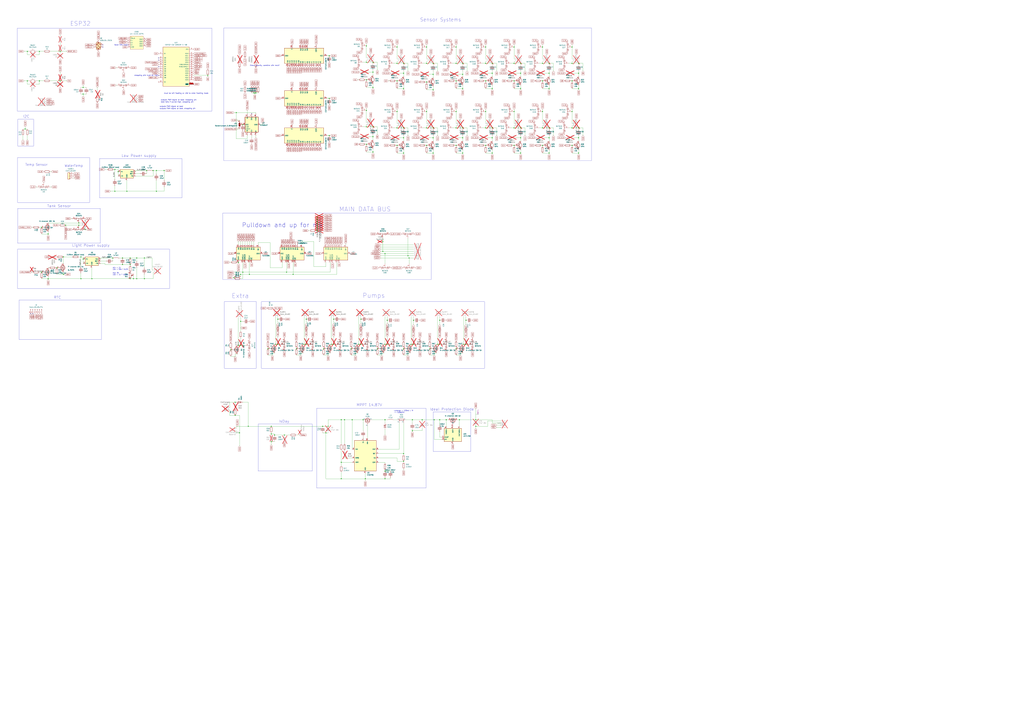
<source format=kicad_sch>
(kicad_sch
	(version 20231120)
	(generator "eeschema")
	(generator_version "8.0")
	(uuid "c26e8d55-0b6e-4c4e-b7c8-b1fed973201c")
	(paper "A0")
	(title_block
		(title "Plant Controller")
		(date "2020-12-21")
		(rev "0.4a")
		(company "C3MA")
	)
	
	(junction
		(at 278.13 502.92)
		(diameter 0)
		(color 0 0 0 0)
		(uuid "006314ff-9060-4674-a7fc-dac02fc6a66c")
	)
	(junction
		(at 314.96 504.19)
		(diameter 0)
		(color 0 0 0 0)
		(uuid "01041127-725b-4ce5-8f58-38fb3fd24a79")
	)
	(junction
		(at 571.5 102.87)
		(diameter 0)
		(color 0 0 0 0)
		(uuid "026b3c24-c4bc-4ca0-82cb-9b3a3781338b")
	)
	(junction
		(at 190.5 198.12)
		(diameter 0)
		(color 0 0 0 0)
		(uuid "044b370d-4a42-4fab-a8a0-78f235931201")
	)
	(junction
		(at 502.92 104.14)
		(diameter 0)
		(color 0 0 0 0)
		(uuid "05921202-6f3d-47e7-afc8-54cf16183806")
	)
	(junction
		(at 424.18 556.26)
		(diameter 0)
		(color 0 0 0 0)
		(uuid "064498dc-e504-4f86-9f3f-c7515e3a87b5")
	)
	(junction
		(at 637.54 177.8)
		(diameter 0)
		(color 0 0 0 0)
		(uuid "067aeb1c-cd17-40a2-9804-d78ecf21918c")
	)
	(junction
		(at 93.98 298.45)
		(diameter 0)
		(color 0 0 0 0)
		(uuid "06d8b90d-baa0-4504-baff-642acafdb6f4")
	)
	(junction
		(at 320.04 400.05)
		(diameter 0)
		(color 0 0 0 0)
		(uuid "09028f9d-45e1-4366-826a-88a396abe002")
	)
	(junction
		(at 671.83 177.8)
		(diameter 0)
		(color 0 0 0 0)
		(uuid "09e9f518-61d1-4fd0-86ec-2ca41f027627")
	)
	(junction
		(at 449.58 400.05)
		(diameter 0)
		(color 0 0 0 0)
		(uuid "0a372b77-1bd4-4b2a-8539-3c6b9cb168d3")
	)
	(junction
		(at 495.3 54.61)
		(diameter 0)
		(color 0 0 0 0)
		(uuid "0b9bd1bd-5d87-4203-ac6d-25f132a9d650")
	)
	(junction
		(at 664.21 168.91)
		(diameter 0)
		(color 0 0 0 0)
		(uuid "0bf93224-513b-43b0-b34e-b83cf88ace50")
	)
	(junction
		(at 31.75 59.69)
		(diameter 0)
		(color 0 0 0 0)
		(uuid "0c801748-df91-4145-83f3-9b19cb585cd0")
	)
	(junction
		(at 433.07 72.39)
		(diameter 0)
		(color 0 0 0 0)
		(uuid "0ebeefe8-2447-4c3c-80b1-d0d61f1efb48")
	)
	(junction
		(at 93.98 323.85)
		(diameter 0)
		(color 0 0 0 0)
		(uuid "0eea3930-0275-4c9f-97c6-e4491faf7ffd")
	)
	(junction
		(at 537.21 73.66)
		(diameter 0)
		(color 0 0 0 0)
		(uuid "0f7c9f5b-15c0-4d15-9880-73614b9dc27c")
	)
	(junction
		(at 289.56 318.77)
		(diameter 0)
		(color 0 0 0 0)
		(uuid "100d0f8b-2f86-49dd-861e-b2d9c9a4a2d9")
	)
	(junction
		(at 478.79 500.38)
		(diameter 0)
		(color 0 0 0 0)
		(uuid "136b5f16-d5fe-4c8a-8508-0e9ad86f8f43")
	)
	(junction
		(at 447.04 294.64)
		(diameter 0)
		(color 0 0 0 0)
		(uuid "14b6b14d-4e33-4c9c-a6d4-2829760e6cc4")
	)
	(junction
		(at 490.22 487.68)
		(diameter 0)
		(color 0 0 0 0)
		(uuid "15c019f7-a03b-47ae-a51c-abc73c51bd40")
	)
	(junction
		(at 563.88 54.61)
		(diameter 0)
		(color 0 0 0 0)
		(uuid "1b762162-080c-4e36-b68b-d3bd15571f83")
	)
	(junction
		(at 273.05 467.36)
		(diameter 0)
		(color 0 0 0 0)
		(uuid "1de64cec-e748-4c12-b5b5-b7d914424890")
	)
	(junction
		(at 368.3 265.43)
		(diameter 0)
		(color 0 0 0 0)
		(uuid "1e71c6eb-62eb-41d4-bfde-df1e7aa7c319")
	)
	(junction
		(at 444.5 280.67)
		(diameter 0)
		(color 0 0 0 0)
		(uuid "1ec24ea8-049a-4547-addf-26eafaa81113")
	)
	(junction
		(at 468.63 85.09)
		(diameter 0)
		(color 0 0 0 0)
		(uuid "1f4e3c83-7f84-4013-8458-3254f2649743")
	)
	(junction
		(at 276.86 401.32)
		(diameter 0)
		(color 0 0 0 0)
		(uuid "2124662e-0101-4907-a279-d22f77f179e9")
	)
	(junction
		(at 419.1 370.84)
		(diameter 0)
		(color 0 0 0 0)
		(uuid "2125b107-250d-44b9-ae2a-63555b15b96b")
	)
	(junction
		(at 271.78 322.58)
		(diameter 0)
		(color 0 0 0 0)
		(uuid "21c9489c-b7e7-411e-8242-06cb982ccdfb")
	)
	(junction
		(at 273.05 482.6)
		(diameter 0)
		(color 0 0 0 0)
		(uuid "2235abed-6314-47fb-bd0d-6abfcbf38d24")
	)
	(junction
		(at 541.02 400.05)
		(diameter 0)
		(color 0 0 0 0)
		(uuid "225164a2-0641-4a42-83a1-eb3ceb752f37")
	)
	(junction
		(at 387.35 370.84)
		(diameter 0)
		(color 0 0 0 0)
		(uuid "22b03adb-32c5-4612-9736-645d72daaf12")
	)
	(junction
		(at 510.54 487.68)
		(diameter 0)
		(color 0 0 0 0)
		(uuid "243935e2-4f6a-429d-bbc1-4327fafdf466")
	)
	(junction
		(at 368.3 262.89)
		(diameter 0)
		(color 0 0 0 0)
		(uuid "252d4a75-2db7-460c-aaed-b4520213017f")
	)
	(junction
		(at 425.45 92.71)
		(diameter 0)
		(color 0 0 0 0)
		(uuid "25d1ef73-18e6-4b45-b6a0-d161dc281a1c")
	)
	(junction
		(at 158.75 299.72)
		(diameter 0)
		(color 0 0 0 0)
		(uuid "27bdfd08-9fa2-4018-8386-f5f9458ea23f")
	)
	(junction
		(at 407.67 405.13)
		(diameter 0)
		(color 0 0 0 0)
		(uuid "288439ce-4d40-4524-9a56-c937c30e7f5c")
	)
	(junction
		(at 96.52 300.99)
		(diameter 0)
		(color 0 0 0 0)
		(uuid "2977a76b-3c36-4356-9c23-ef25b0e79774")
	)
	(junction
		(at 480.06 400.05)
		(diameter 0)
		(color 0 0 0 0)
		(uuid "2affe026-8dd0-4fb0-90f9-21a8fa9a4bdc")
	)
	(junction
		(at 461.01 148.59)
		(diameter 0)
		(color 0 0 0 0)
		(uuid "30055c98-462c-4777-a626-cf867239e38d")
	)
	(junction
		(at 55.88 323.85)
		(diameter 0)
		(color 0 0 0 0)
		(uuid "30c447cc-ce18-498c-a30a-de1223bde459")
	)
	(junction
		(at 671.83 148.59)
		(diameter 0)
		(color 0 0 0 0)
		(uuid "31a2a121-855b-4cf9-8440-5bbee3de3f05")
	)
	(junction
		(at 433.07 83.82)
		(diameter 0)
		(color 0 0 0 0)
		(uuid "31ba5875-8927-4bfd-a4f8-3adf246769c4")
	)
	(junction
		(at 596.9 93.98)
		(diameter 0)
		(color 0 0 0 0)
		(uuid "32072a9c-d2dd-4fe3-9085-b2b6c66fab96")
	)
	(junction
		(at 66.04 311.15)
		(diameter 0)
		(color 0 0 0 0)
		(uuid "33109daa-b629-475e-bf83-217328126604")
	)
	(junction
		(at 281.94 144.78)
		(diameter 0)
		(color 0 0 0 0)
		(uuid "348bf06b-daf7-4d97-b82c-b8a5bbf3d06b")
	)
	(junction
		(at 322.58 400.05)
		(diameter 0)
		(color 0 0 0 0)
		(uuid "34e846f7-9dcf-4f40-8420-68c319584cee")
	)
	(junction
		(at 433.07 158.75)
		(diameter 0)
		(color 0 0 0 0)
		(uuid "37a79285-75dc-47b1-85e2-e9c3d074f7c7")
	)
	(junction
		(at 381 495.3)
		(diameter 0)
		(color 0 0 0 0)
		(uuid "394a6417-c4c4-43a0-ad22-7a964e628e7d")
	)
	(junction
		(at 571.5 73.66)
		(diameter 0)
		(color 0 0 0 0)
		(uuid "3cc3bd38-c946-4c29-a625-e712e268d838")
	)
	(junction
		(at 314.96 513.08)
		(diameter 0)
		(color 0 0 0 0)
		(uuid "3d8fb177-4b5a-4526-95fd-c4109587c044")
	)
	(junction
		(at 274.32 130.81)
		(diameter 0)
		(color 0 0 0 0)
		(uuid "3e916cc3-c4bb-4a04-9995-635a73841757")
	)
	(junction
		(at 537.21 86.36)
		(diameter 0)
		(color 0 0 0 0)
		(uuid "4120f630-88f8-4958-99c5-be8a6b4772f2")
	)
	(junction
		(at 461.01 93.98)
		(diameter 0)
		(color 0 0 0 0)
		(uuid "4126858c-c206-4bef-b39b-428bcec4deec")
	)
	(junction
		(at 508 400.05)
		(diameter 0)
		(color 0 0 0 0)
		(uuid "415b2ab4-f4dd-4fee-870b-9ba95dac6a8b")
	)
	(junction
		(at 571.5 148.59)
		(diameter 0)
		(color 0 0 0 0)
		(uuid "4406cfee-0ff2-44ef-a1ef-e6149581217c")
	)
	(junction
		(at 29.21 149.86)
		(diameter 0)
		(color 0 0 0 0)
		(uuid "447db467-5e2a-4cce-9c81-3e3ccb72d2ba")
	)
	(junction
		(at 69.85 59.69)
		(diameter 0)
		(color 0 0 0 0)
		(uuid "44bf766d-2222-4637-ada1-6cbff94abbf8")
	)
	(junction
		(at 151.13 323.85)
		(diameter 0)
		(color 0 0 0 0)
		(uuid "44cd3143-c150-4d17-bd07-6ba56767d7c5")
	)
	(junction
		(at 495.3 168.91)
		(diameter 0)
		(color 0 0 0 0)
		(uuid "4593d6e5-bc8e-48f0-9775-93846c33113e")
	)
	(junction
		(at 552.45 487.68)
		(diameter 0)
		(color 0 0 0 0)
		(uuid "464f670a-23da-4072-9135-c7f8cde45344")
	)
	(junction
		(at 353.06 400.05)
		(diameter 0)
		(color 0 0 0 0)
		(uuid "477944b3-0f91-44bb-99ca-1f00b91186f2")
	)
	(junction
		(at 637.54 85.09)
		(diameter 0)
		(color 0 0 0 0)
		(uuid "48fa581b-e31c-40cd-be78-2d3ece0a1d84")
	)
	(junction
		(at 461.01 54.61)
		(diameter 0)
		(color 0 0 0 0)
		(uuid "499fccfc-5e44-4fef-9ee9-4d1fdf9faa8f")
	)
	(junction
		(at 495.3 148.59)
		(diameter 0)
		(color 0 0 0 0)
		(uuid "4bdd9a73-35ba-455b-971d-29ad86479519")
	)
	(junction
		(at 344.17 405.13)
		(diameter 0)
		(color 0 0 0 0)
		(uuid "4c43d807-6025-4458-873e-b0e60bc37c3c")
	)
	(junction
		(at 664.21 54.61)
		(diameter 0)
		(color 0 0 0 0)
		(uuid "4f51b0d3-b93c-48c1-8f94-d8097a17151c")
	)
	(junction
		(at 142.24 299.72)
		(diameter 0)
		(color 0 0 0 0)
		(uuid "4fc5b79a-48b8-4875-b2fa-ce2c0b207ed6")
	)
	(junction
		(at 433.07 176.53)
		(diameter 0)
		(color 0 0 0 0)
		(uuid "5087ffa7-63f2-46a1-b798-fd54a43209da")
	)
	(junction
		(at 419.1 400.05)
		(diameter 0)
		(color 0 0 0 0)
		(uuid "547e0024-8ca5-4fd9-9ed0-6e6fa4efe2d1")
	)
	(junction
		(at 433.07 101.6)
		(diameter 0)
		(color 0 0 0 0)
		(uuid "548c700b-f320-487b-b1e6-213ddcf734d3")
	)
	(junction
		(at 276.86 304.8)
		(diameter 0)
		(color 0 0 0 0)
		(uuid "54c228c6-a419-4461-b51c-f4689ab11c16")
	)
	(junction
		(at 480.06 372.11)
		(diameter 0)
		(color 0 0 0 0)
		(uuid "54f14d31-ee75-4d90-bbd6-d53b9269dae6")
	)
	(junction
		(at 596.9 168.91)
		(diameter 0)
		(color 0 0 0 0)
		(uuid "553fd55b-c9b0-4d42-8fea-fe608c6b3e8f")
	)
	(junction
		(at 504.19 487.68)
		(diameter 0)
		(color 0 0 0 0)
		(uuid "55707df8-1ce8-4b01-b189-1ba64f13e6d9")
	)
	(junction
		(at 447.04 487.68)
		(diameter 0)
		(color 0 0 0 0)
		(uuid "557c9344-c4f5-407c-87a3-c05772708fc7")
	)
	(junction
		(at 425.45 128.27)
		(diameter 0)
		(color 0 0 0 0)
		(uuid "56ab9f7a-a80d-45b5-9f13-38a6ae5e5a2f")
	)
	(junction
		(at 48.26 264.16)
		(diameter 0)
		(color 0 0 0 0)
		(uuid "5a159a05-57fa-411f-9de3-7f0e035fb745")
	)
	(junction
		(at 154.94 323.85)
		(diameter 0)
		(color 0 0 0 0)
		(uuid "5a782664-d096-4b9f-8da4-e576a5adbff8")
	)
	(junction
		(at 468.63 527.05)
		(diameter 0)
		(color 0 0 0 0)
		(uuid "5aef8b40-8452-4805-a5e4-da8d93469853")
	)
	(junction
		(at 604.52 85.09)
		(diameter 0)
		(color 0 0 0 0)
		(uuid "5db28c81-ecda-48cf-9cf5-82a4652c2d72")
	)
	(junction
		(at 596.9 73.66)
		(diameter 0)
		(color 0 0 0 0)
		(uuid "5de7b025-2047-4e98-ad34-d25039409f9e")
	)
	(junction
		(at 311.15 405.13)
		(diameter 0)
		(color 0 0 0 0)
		(uuid "5df117be-4263-48e0-a710-5721bdeecfb9")
	)
	(junction
		(at 382.27 157.48)
		(diameter 0)
		(color 0 0 0 0)
		(uuid "5e7a5161-1647-47d6-9e0b-ff9ce9e31b86")
	)
	(junction
		(at 495.3 95.25)
		(diameter 0)
		(color 0 0 0 0)
		(uuid "5ebba679-b1e7-40e7-a21c-eaac87c82160")
	)
	(junction
		(at 433.07 147.32)
		(diameter 0)
		(color 0 0 0 0)
		(uuid "5ee86e6c-9861-45ff-aaf3-b0ce155250f5")
	)
	(junction
		(at 533.4 487.68)
		(diameter 0)
		(color 0 0 0 0)
		(uuid "60684402-d96a-439d-a47a-f1940a639b1b")
	)
	(junction
		(at 637.54 73.66)
		(diameter 0)
		(color 0 0 0 0)
		(uuid "6283297a-b875-4df2-a42b-317a52403718")
	)
	(junction
		(at 133.35 222.25)
		(diameter 0)
		(color 0 0 0 0)
		(uuid "62e83d49-6450-4f8e-9161-9823cbd9fa8a")
	)
	(junction
		(at 396.24 556.26)
		(diameter 0)
		(color 0 0 0 0)
		(uuid "62e8e510-5776-41a5-b7ef-659764595cf0")
	)
	(junction
		(at 629.92 54.61)
		(diameter 0)
		(color 0 0 0 0)
		(uuid "639a9374-4baa-414a-a5c4-7e13d2852c2e")
	)
	(junction
		(at 468.63 102.87)
		(diameter 0)
		(color 0 0 0 0)
		(uuid "650b02e4-fb4a-4097-88f3-57b476d8f112")
	)
	(junction
		(at 529.59 54.61)
		(diameter 0)
		(color 0 0 0 0)
		(uuid "66f71efe-5a3b-4842-81ad-702f6a9183fb")
	)
	(junction
		(at 332.74 316.23)
		(diameter 0)
		(color 0 0 0 0)
		(uuid "68f4d8af-c27e-4056-a2a9-dbd2514de570")
	)
	(junction
		(at 664.21 93.98)
		(diameter 0)
		(color 0 0 0 0)
		(uuid "690f2dc5-5473-4546-a0f5-1e3f20786db0")
	)
	(junction
		(at 478.79 487.68)
		(diameter 0)
		(color 0 0 0 0)
		(uuid "697147b1-0224-4f54-a454-fb14851852a2")
	)
	(junction
		(at 502.92 73.66)
		(diameter 0)
		(color 0 0 0 0)
		(uuid "6b072436-9cc5-44f0-8cab-e5273772d205")
	)
	(junction
		(at 518.16 487.68)
		(diameter 0)
		(color 0 0 0 0)
		(uuid "6b9d9747-b3ff-43d2-8486-466834aa4452")
	)
	(junction
		(at 447.04 547.37)
		(diameter 0)
		(color 0 0 0 0)
		(uuid "6bee4d3f-40c6-4254-8d07-1c0c6ec2a6f4")
	)
	(junction
		(at 449.58 372.11)
		(diameter 0)
		(color 0 0 0 0)
		(uuid "6c849387-b46a-4c70-adb8-4a7816d1702c")
	)
	(junction
		(at 130.81 299.72)
		(diameter 0)
		(color 0 0 0 0)
		(uuid "6e8888f6-ec84-4dea-a75b-c49e51edec1e")
	)
	(junction
		(at 571.5 177.8)
		(diameter 0)
		(color 0 0 0 0)
		(uuid "6ee7607b-1843-4037-994f-9b421f85c34b")
	)
	(junction
		(at 596.9 148.59)
		(diameter 0)
		(color 0 0 0 0)
		(uuid "708152d4-5c67-4c3c-967a-78dd154354ad")
	)
	(junction
		(at 529.59 93.98)
		(diameter 0)
		(color 0 0 0 0)
		(uuid "718782ac-57c8-435b-9457-ce995955847d")
	)
	(junction
		(at 368.3 257.81)
		(diameter 0)
		(color 0 0 0 0)
		(uuid "7357611e-6eb5-4b44-a3c1-ee563f8ae0ea")
	)
	(junction
		(at 447.04 400.05)
		(diameter 0)
		(color 0 0 0 0)
		(uuid "74872d2f-df92-44ce-a737-7d0693ac46a3")
	)
	(junction
		(at 288.29 495.3)
		(diameter 0)
		(color 0 0 0 0)
		(uuid "74d5e0e4-cd91-4e01-8980-afaf347113fd")
	)
	(junction
		(at 91.44 259.08)
		(diameter 0)
		(color 0 0 0 0)
		(uuid "750169c9-8dda-4196-8b70-7629a1386317")
	)
	(junction
		(at 421.64 487.68)
		(diameter 0)
		(color 0 0 0 0)
		(uuid "792fa4db-0ff6-47c2-b282-e4d8f6701888")
	)
	(junction
		(at 637.54 102.87)
		(diameter 0)
		(color 0 0 0 0)
		(uuid "79ec289a-2f85-4055-9210-f7916fbc3d1f")
	)
	(junction
		(at 596.9 54.61)
		(diameter 0)
		(color 0 0 0 0)
		(uuid "7a5115d1-34f1-4afd-aab6-8c3f89df22ba")
	)
	(junction
		(at 671.83 160.02)
		(diameter 0)
		(color 0 0 0 0)
		(uuid "7e319f56-b85a-4463-b8f9-7ad8f5763ea8")
	)
	(junction
		(at 147.32 222.25)
		(diameter 0)
		(color 0 0 0 0)
		(uuid "7ea02348-2ae2-4ac7-a02a-9029063eb3d7")
	)
	(junction
		(at 637.54 160.02)
		(diameter 0)
		(color 0 0 0 0)
		(uuid "7eac8976-1652-4c0a-a76d-0530fe3ae3ae")
	)
	(junction
		(at 461.01 129.54)
		(diameter 0)
		(color 0 0 0 0)
		(uuid "7f0237e1-1d71-4027-86cb-d7488d6dce27")
	)
	(junction
		(at 281.94 316.23)
		(diameter 0)
		(color 0 0 0 0)
		(uuid "805ba7db-9e85-428e-9f5b-9063e8278c60")
	)
	(junction
		(at 468.63 405.13)
		(diameter 0)
		(color 0 0 0 0)
		(uuid "80f5b8a1-cdbe-4850-a609-339b8c898669")
	)
	(junction
		(at 473.71 297.18)
		(diameter 0)
		(color 0 0 0 0)
		(uuid "819a85d3-cd43-455c-8023-715c1f29dcd2")
	)
	(junction
		(at 502.92 160.02)
		(diameter 0)
		(color 0 0 0 0)
		(uuid "8239b883-7ac0-49ae-91b3-07b3826c7fe2")
	)
	(junction
		(at 73.66 298.45)
		(diameter 0)
		(color 0 0 0 0)
		(uuid "82572895-6594-489b-b5dd-a8b4d09bcb09")
	)
	(junction
		(at 177.8 198.12)
		(diameter 0)
		(color 0 0 0 0)
		(uuid "843e9870-799e-444a-a4e6-716ced5cbe43")
	)
	(junction
		(at 637.54 148.59)
		(diameter 0)
		(color 0 0 0 0)
		(uuid "89062818-c01b-4c5a-a12c-1e35d52780ff")
	)
	(junction
		(at 425.45 53.34)
		(diameter 0)
		(color 0 0 0 0)
		(uuid "89c9668d-eb10-4371-9427-2b0654758741")
	)
	(junction
		(at 400.05 487.68)
		(diameter 0)
		(color 0 0 0 0)
		(uuid "8badbd3a-472d-49c6-9995-2681ebcad861")
	)
	(junction
		(at 563.88 93.98)
		(diameter 0)
		(color 0 0 0 0)
		(uuid "8bd86f79-7f9c-4c30-9dd8-981806e53813")
	)
	(junction
		(at 671.83 102.87)
		(diameter 0)
		(color 0 0 0 0)
		(uuid "8db1d203-e627-40a1-9aa1-eb87a34a27ca")
	)
	(junction
		(at 76.2 261.62)
		(diameter 0)
		(color 0 0 0 0)
		(uuid "8dbf3f53-4dbe-4577-8253-5d3d05e20a7d")
	)
	(junction
		(at 375.92 405.13)
		(diameter 0)
		(color 0 0 0 0)
		(uuid "8ddc18df-7f6d-40fe-971f-5b7ea913cac2")
	)
	(junction
		(at 495.3 73.66)
		(diameter 0)
		(color 0 0 0 0)
		(uuid "91f51afc-74e9-4689-bf90-5b054783b568")
	)
	(junction
		(at 137.16 199.39)
		(diameter 0)
		(color 0 0 0 0)
		(uuid "9330ab14-2e88-49fc-b8ec-647acef19c05")
	)
	(junction
		(at 425.45 147.32)
		(diameter 0)
		(color 0 0 0 0)
		(uuid "93f019f6-1cb2-47ce-ad4a-b71afdbed778")
	)
	(junction
		(at 529.59 129.54)
		(diameter 0)
		(color 0 0 0 0)
		(uuid "943b67a7-896a-4d51-b5a7-cd6889520825")
	)
	(junction
		(at 571.5 160.02)
		(diameter 0)
		(color 0 0 0 0)
		(uuid "944582dc-9ad6-4270-b98c-6b7423b11410")
	)
	(junction
		(at 537.21 148.59)
		(diameter 0)
		(color 0 0 0 0)
		(uuid "957e10ff-76bd-489f-b9fe-ab1fdb884450")
	)
	(junction
		(at 368.3 255.27)
		(diameter 0)
		(color 0 0 0 0)
		(uuid "95e16490-1476-42b0-b339-2eae951bab1c")
	)
	(junction
		(at 151.13 307.34)
		(diameter 0)
		(color 0 0 0 0)
		(uuid "96f15460-13f3-4312-89f8-b71934eaedb8")
	)
	(junction
		(at 671.83 73.66)
		(diameter 0)
		(color 0 0 0 0)
		(uuid "974cb32f-b17f-415b-a3ed-4c573300644d")
	)
	(junction
		(at 106.68 323.85)
		(diameter 0)
		(color 0 0 0 0)
		(uuid "977868cb-abe1-483f-8f43-5a8a20726067")
	)
	(junction
		(at 563.88 168.91)
		(diameter 0)
		(color 0 0 0 0)
		(uuid "979d0b85-f2dc-43e5-91a2-e7e9a479ccd3")
	)
	(junction
		(at 382.27 64.77)
		(diameter 0)
		(color 0 0 0 0)
		(uuid "99de8f7d-0bac-4189-8a58-7eb488261416")
	)
	(junction
		(at 552.45 495.3)
		(diameter 0)
		(color 0 0 0 0)
		(uuid "9a8358d1-ea0c-4e4d-bd7f-459dfdba752f")
	)
	(junction
		(at 571.5 85.09)
		(diameter 0)
		(color 0 0 0 0)
		(uuid "9b65336d-5277-4cda-9817-8d963731baca")
	)
	(junction
		(at 241.3 87.63)
		(diameter 0)
		(color 0 0 0 0)
		(uuid "9d32f91d-40f9-42f9-b044-70d19854227e")
	)
	(junction
		(at 510.54 372.11)
		(diameter 0)
		(color 0 0 0 0)
		(uuid "a1d7e5c8-d217-457c-b56c-ecad97fd4c0e")
	)
	(junction
		(at 538.48 400.05)
		(diameter 0)
		(color 0 0 0 0)
		(uuid "a29c0663-342d-4535-aac0-b31dad8318cf")
	)
	(junction
		(at 45.72 59.69)
		(diameter 0)
		(color 0 0 0 0)
		(uuid "a3104c80-278d-416a-b409-fd08d784c6c7")
	)
	(junction
		(at 563.88 73.66)
		(diameter 0)
		(color 0 0 0 0)
		(uuid "a4f2e3e9-2f62-4ed2-91cb-96ac4bea021e")
	)
	(junction
		(at 355.6 400.05)
		(diameter 0)
		(color 0 0 0 0)
		(uuid "a685894a-983c-450f-b9c3-4d7e6d929974")
	)
	(junction
		(at 425.45 167.64)
		(diameter 0)
		(color 0 0 0 0)
		(uuid "a692c08c-551f-44a7-adb6-606c3bb62932")
	)
	(junction
		(at 167.64 323.85)
		(diameter 0)
		(color 0 0 0 0)
		(uuid "a70da482-a861-4e2f-9d2b-6183a6f0f87e")
	)
	(junction
		(at 629.92 129.54)
		(diameter 0)
		(color 0 0 0 0)
		(uuid "a77abfe7-e262-4002-9648-a4dca1c184b1")
	)
	(junction
		(at 495.3 129.54)
		(diameter 0)
		(color 0 0 0 0)
		(uuid "a7ead05e-fd26-4f6a-98b1-c130e29a0605")
	)
	(junction
		(at 468.63 535.94)
		(diameter 0)
		(color 0 0 0 0)
		(uuid "a8c1d291-f95c-499f-a8f0-8d347b07d19e")
	)
	(junction
		(at 408.94 487.68)
		(diameter 0)
		(color 0 0 0 0)
		(uuid "a90e40e7-9f3e-4a7e-bc30-d292bc1ab9ed")
	)
	(junction
		(at 396.24 487.68)
		(diameter 0)
		(color 0 0 0 0)
		(uuid "a918e227-4862-4ef1-b1b4-1ecbab47421d")
	)
	(junction
		(at 529.59 168.91)
		(diameter 0)
		(color 0 0 0 0)
		(uuid "a97fc95b-6246-49f0-b0cf-bf3aa6f54de2")
	)
	(junction
		(at 99.06 266.7)
		(diameter 0)
		(color 0 0 0 0)
		(uuid "a99f2dd3-1db5-4646-bd5d-42af73cee85a")
	)
	(junction
		(at 378.46 502.92)
		(diameter 0)
		(color 0 0 0 0)
		(uuid "aa0d7669-67ff-4603-888b-7d15a03d73a6")
	)
	(junction
		(at 151.13 299.72)
		(diameter 0)
		(color 0 0 0 0)
		(uuid "aa659c87-6d9f-4a94-913b-ec00337baaa9")
	)
	(junction
		(at 537.21 160.02)
		(diameter 0)
		(color 0 0 0 0)
		(uuid "aa7470b0-25fe-426c-8e11-da1c1d924805")
	)
	(junction
		(at 142.24 307.34)
		(diameter 0)
		(color 0 0 0 0)
		(uuid "ab83cc7b-a4bb-42ce-806a-ad57b1f1f16f")
	)
	(junction
		(at 318.77 505.46)
		(diameter 0)
		(color 0 0 0 0)
		(uuid "ac18742b-0669-4417-bf96-99d1ab0ff75f")
	)
	(junction
		(at 529.59 405.13)
		(diameter 0)
		(color 0 0 0 0)
		(uuid "ac6041ae-1077-46a6-b33a-6e568b0f7d89")
	)
	(junction
		(at 297.18 107.95)
		(diameter 0)
		(color 0 0 0 0)
		(uuid "ad6aca5a-aa99-4b42-a3e4-f6f27dae664e")
	)
	(junction
		(at 355.6 370.84)
		(diameter 0)
		(color 0 0 0 0)
		(uuid "ae161ff6-e303-4db5-b037-b1f45682a4bb")
	)
	(junction
		(at 604.52 73.66)
		(diameter 0)
		(color 0 0 0 0)
		(uuid "af24c530-bace-4098-b28e-8213bb1a8743")
	)
	(junction
		(at 295.91 107.95)
		(diameter 0)
		(color 0 0 0 0)
		(uuid "af4549b6-4e25-4c36-b4d9-5cfa50547ca1")
	)
	(junction
		(at 382.27 114.3)
		(diameter 0)
		(color 0 0 0 0)
		(uuid "b5f987b1-82e9-4d50-afd8-20682cecf96f")
	)
	(junction
		(at 468.63 177.8)
		(diameter 0)
		(color 0 0 0 0)
		(uuid "b88c6033-15ac-4b13-83da-7bbe1c1195dd")
	)
	(junction
		(at 502.92 177.8)
		(diameter 0)
		(color 0 0 0 0)
		(uuid "bb2d97e8-7888-40b3-ad5f-0b2ed971ec7b")
	)
	(junction
		(at 73.66 318.77)
		(diameter 0)
		(color 0 0 0 0)
		(uuid "c1341956-3e76-4b89-ab41-469a1db0015c")
	)
	(junction
		(at 510.54 400.05)
		(diameter 0)
		(color 0 0 0 0)
		(uuid "c1611925-d0ac-42a4-83ae-6844b1cb71e3")
	)
	(junction
		(at 461.01 73.66)
		(diameter 0)
		(color 0 0 0 0)
		(uuid "c1f12c77-fc36-4c4e-9402-b971f8787376")
	)
	(junction
		(at 91.44 261.62)
		(diameter 0)
		(color 0 0 0 0)
		(uuid "c2c812ed-41b4-4200-984f-e76eae1d14de")
	)
	(junction
		(at 45.72 93.98)
		(diameter 0)
		(color 0 0 0 0)
		(uuid "c39add44-ba76-41fb-8f18-28fa0366e282")
	)
	(junction
		(at 314.96 495.3)
		(diameter 0)
		(color 0 0 0 0)
		(uuid "c658b47a-3e79-4147-ac21-89a17ecf409a")
	)
	(junction
		(at 322.58 370.84)
		(diameter 0)
		(color 0 0 0 0)
		(uuid "c6d07995-bb57-4c01-9d40-c8c408016a09")
	)
	(junction
		(at 468.63 73.66)
		(diameter 0)
		(color 0 0 0 0)
		(uuid "c9bcc4dd-2e45-4814-917d-222bf96092ff")
	)
	(junction
		(at 181.61 222.25)
		(diameter 0)
		(color 0 0 0 0)
		(uuid "cac620f5-0af6-41f8-9844-d9f07ee0c129")
	)
	(junction
		(at 396.24 537.21)
		(diameter 0)
		(color 0 0 0 0)
		(uuid "caf08951-498e-42d7-836c-4ada133aecad")
	)
	(junction
		(at 279.4 373.38)
		(diameter 0)
		(color 0 0 0 0)
		(uuid "cbfbbc2e-484a-4954-8dc2-c7386c5d1301")
	)
	(junction
		(at 529.59 73.66)
		(diameter 0)
		(color 0 0 0 0)
		(uuid "cc4db2b3-7a3d-4ef2-b3b0-bc2a5b38938e")
	)
	(junction
		(at 133.35 196.85)
		(diameter 0)
		(color 0 0 0 0)
		(uuid "cc922bc0-96bd-4b17-b53a-b9b1b8fdaebf")
	)
	(junction
		(at 294.64 107.95)
		(diameter 0)
		(color 0 0 0 0)
		(uuid "cd4269e0-1f42-4344-8d26-de82a41ddaff")
	)
	(junction
		(at 629.92 93.98)
		(diameter 0)
		(color 0 0 0 0)
		(uuid "ceefa2d2-00e3-4b3c-a7ad-0e8ac388ebb9")
	)
	(junction
		(at 604.52 177.8)
		(diameter 0)
		(color 0 0 0 0)
		(uuid "d001e9a1-587b-41cc-81aa-c56d8da361ee")
	)
	(junction
		(at 499.11 405.13)
		(diameter 0)
		(color 0 0 0 0)
		(uuid "d0ccfc37-9d2e-4994-b901-fab6c387aa2a")
	)
	(junction
		(at 537.21 177.8)
		(diameter 0)
		(color 0 0 0 0)
		(uuid "d1010438-7a43-4538-9e86-217bd01f8c14")
	)
	(junction
		(at 368.3 267.97)
		(diameter 0)
		(color 0 0 0 0)
		(uuid "d14a960b-df64-4cee-80fc-25c3debc3b63")
	)
	(junction
		(at 158.75 323.85)
		(diameter 0)
		(color 0 0 0 0)
		(uuid "d17c286e-9606-4cb2-902a-10021903ed9a")
	)
	(junction
		(at 671.83 85.09)
		(diameter 0)
		(color 0 0 0 0)
		(uuid "d1d52e82-91ba-48cd-b468-139b1071e8d5")
	)
	(junction
		(at 31.75 93.98)
		(diameter 0)
		(color 0 0 0 0)
		(uuid "d2b0a197-1410-44de-bdc3-e63959ff5b39")
	)
	(junction
		(at 537.21 102.87)
		(diameter 0)
		(color 0 0 0 0)
		(uuid "d2b90904-e6cb-4742-881e-0fd35570115c")
	)
	(junction
		(at 368.3 252.73)
		(diameter 0)
		(color 0 0 0 0)
		(uuid "d48d5ecb-021c-46d1-b6e1-8cccf5ad30d1")
	)
	(junction
		(at 55.88 271.78)
		(diameter 0)
		(color 0 0 0 0)
		(uuid "d6db9766-b81b-4a66-bc0a-843f0aeb559b")
	)
	(junction
		(at 541.02 372.11)
		(diameter 0)
		(color 0 0 0 0)
		(uuid "d776c8dc-ee54-41b4-8224-e7ddbf0679dc")
	)
	(junction
		(at 438.15 405.13)
		(diameter 0)
		(color 0 0 0 0)
		(uuid "db8fa153-556e-4fc4-a8b6-63a7062d08ed")
	)
	(junction
		(at 425.45 72.39)
		(diameter 0)
		(color 0 0 0 0)
		(uuid "dc8c6e94-1eff-45c1-b92e-b1caf2f34015")
	)
	(junction
		(at 181.61 198.12)
		(diameter 0)
		(color 0 0 0 0)
		(uuid "dd5d2f91-6f31-4419-a01a-1ac3389098ab")
	)
	(junction
		(at 374.65 495.3)
		(diameter 0)
		(color 0 0 0 0)
		(uuid "dda3d65b-6f54-4ee4-b1a0-dc35f1b01992")
	)
	(junction
		(at 170.18 198.12)
		(diameter 0)
		(color 0 0 0 0)
		(uuid "de92b6a6-7a53-41cb-a051-66e1e7d1d440")
	)
	(junction
		(at 368.3 260.35)
		(diameter 0)
		(color 0 0 0 0)
		(uuid "dfafa1ec-5cf4-4609-89b7-e43a37c90c17")
	)
	(junction
		(at 529.59 148.59)
		(diameter 0)
		(color 0 0 0 0)
		(uuid "e018a52d-1f7f-43d2-9757-f2f7c2a0a9c0")
	)
	(junction
		(at 604.52 148.59)
		(diameter 0)
		(color 0 0 0 0)
		(uuid "e0334824-28a0-4a4e-ab6d-b2e5a2ed4e19")
	)
	(junction
		(at 604.52 160.02)
		(diameter 0)
		(color 0 0 0 0)
		(uuid "e03df205-b0f8-4eb0-94ac-6d108b56efdd")
	)
	(junction
		(at 330.2 505.46)
		(diameter 0)
		(color 0 0 0 0)
		(uuid "e2f6e31f-b2af-4b71-9817-61b154679a81")
	)
	(junction
		(at 664.21 73.66)
		(diameter 0)
		(color 0 0 0 0)
		(uuid "e3a79e63-e583-47fd-8a7e-9e2f377a96f0")
	)
	(junction
		(at 267.97 406.4)
		(diameter 0)
		(color 0 0 0 0)
		(uuid "e3bac401-521f-443a-951f-18f502070861")
	)
	(junction
		(at 340.36 318.77)
		(diameter 0)
		(color 0 0 0 0)
		(uuid "e464f851-f7e1-4e95-b3ff-5a5e1e06a88d")
	)
	(junction
		(at 167.64 299.72)
		(diameter 0)
		(color 0 0 0 0)
		(uuid "e48746df-7668-499a-98dc-b9ffcda2bccd")
	)
	(junction
		(at 48.26 316.23)
		(diameter 0)
		(color 0 0 0 0)
		(uuid "e4c2dbc9-3598-4718-afb3-500c7ff75445")
	)
	(junction
		(at 447.04 556.26)
		(diameter 0)
		(color 0 0 0 0)
		(uuid "e5f993bb-4d95-4a9a-b24b-923011bb963a")
	)
	(junction
		(at 387.35 400.05)
		(diameter 0)
		(color 0 0 0 0)
		(uuid "e6344c4b-5e26-4315-8e1d-efd642df3581")
	)
	(junction
		(at 563.88 148.59)
		(diameter 0)
		(color 0 0 0 0)
		(uuid "e76d7a19-9315-45bb-9ea4-e65adba1a7a8")
	)
	(junction
		(at 444.5 292.1)
		(diameter 0)
		(color 0 0 0 0)
		(uuid "e86900c0-86ce-4777-88bb-4f9ecf777fc0")
	)
	(junction
		(at 629.92 168.91)
		(diameter 0)
		(color 0 0 0 0)
		(uuid "e879c254-09e3-4fcf-9f2d-28dd7d9ba433")
	)
	(junction
		(at 468.63 148.59)
		(diameter 0)
		(color 0 0 0 0)
		(uuid "e97dcb44-7b48-4f00-aba6-795f672687ba")
	)
	(junction
		(at 279.4 401.32)
		(diameter 0)
		(color 0 0 0 0)
		(uuid "ea81a12e-80a8-4055-a8fc-17c9562b0042")
	)
	(junction
		(at 279.4 318.77)
		(diameter 0)
		(color 0 0 0 0)
		(uuid "eb134ef6-0e32-46e8-9263-d8797dfe432d")
	)
	(junction
		(at 629.92 73.66)
		(diameter 0)
		(color 0 0 0 0)
		(uuid "ec234dbf-5504-4d77-9942-03edf134f9e0")
	)
	(junction
		(at 96.52 109.22)
		(diameter 0)
		(color 0 0 0 0)
		(uuid "eccbfa59-0c6d-47df-8d18-db1d8a427072")
	)
	(junction
		(at 69.85 93.98)
		(diameter 0)
		(color 0 0 0 0)
		(uuid "ed603a96-a752-490d-9f6b-e11a5c28a267")
	)
	(junction
		(at 629.92 148.59)
		(diameter 0)
		(color 0 0 0 0)
		(uuid "ee1a89d1-031b-4d98-a62d-973c7823ade8")
	)
	(junction
		(at 477.52 400.05)
		(diameter 0)
		(color 0 0 0 0)
		(uuid "ee4ab3a4-59f7-4db1-a482-501b9cb3788f")
	)
	(junction
		(at 474.98 299.72)
		(diameter 0)
		(color 0 0 0 0)
		(uuid "ef25ea8a-6f53-4ead-85fb-dc902e324c3a")
	)
	(junction
		(at 502.92 86.36)
		(diameter 0)
		(color 0 0 0 0)
		(uuid "efdf307e-8d67-430a-8c03-6dab3e4f4f72")
	)
	(junction
		(at 96.52 101.6)
		(diameter 0)
		(color 0 0 0 0)
		(uuid "f1a67806-2122-488a-be9e-3def99cac9b4")
	)
	(junction
		(at 468.63 160.02)
		(diameter 0)
		(color 0 0 0 0)
		(uuid "f3311c3a-ce52-435d-9996-86b7f9c1e897")
	)
	(junction
		(at 384.81 400.05)
		(diameter 0)
		(color 0 0 0 0)
		(uuid "f33c1570-2595-49f1-9ca5-56aecadb8578")
	)
	(junction
		(at 461.01 168.91)
		(diameter 0)
		(color 0 0 0 0)
		(uuid "f46f3c81-f81c-494b-940e-b2a7612a9b00")
	)
	(junction
		(at 502.92 148.59)
		(diameter 0)
		(color 0 0 0 0)
		(uuid "f97a5685-0e9a-42fc-8703-e760793b9fd0")
	)
	(junction
		(at 664.21 148.59)
		(diameter 0)
		(color 0 0 0 0)
		(uuid "fadeb8be-e293-403d-b08e-d4079f1d66c2")
	)
	(junction
		(at 596.9 129.54)
		(diameter 0)
		(color 0 0 0 0)
		(uuid "faf76a27-4651-4082-83d1-9449cc5a0db2")
	)
	(junction
		(at 664.21 129.54)
		(diameter 0)
		(color 0 0 0 0)
		(uuid "fd16341c-1c4c-4bd6-a643-9f711a9c3408")
	)
	(junction
		(at 563.88 129.54)
		(diameter 0)
		(color 0 0 0 0)
		(uuid "fd82d936-40c3-47c3-8f6b-5ed31b17a829")
	)
	(junction
		(at 604.52 102.87)
		(diameter 0)
		(color 0 0 0 0)
		(uuid "fedba8c9-8c3d-4d07-a3e2-646f50f83f6f")
	)
	(junction
		(at 416.56 400.05)
		(diameter 0)
		(color 0 0 0 0)
		(uuid "ff4c02dc-5696-44f6-8008-5806e9acfc7a")
	)
	(no_connect
		(at 38.1 364.49)
		(uuid "133b7027-41a1-4e09-a1e6-24d8bb033b2a")
	)
	(no_connect
		(at 184.15 67.31)
		(uuid "6d645bf1-339f-4b38-a26a-bdd168ca591e")
	)
	(no_connect
		(at 119.38 54.61)
		(uuid "6e3bf7f5-ac34-42e8-8ef5-a375f9ec4670")
	)
	(no_connect
		(at 184.15 69.85)
		(uuid "80156458-0c76-4971-a355-021501422841")
	)
	(no_connect
		(at 35.56 364.49)
		(uuid "a8b1637e-8d2e-4941-b9bd-532be9ff9ba7")
	)
	(no_connect
		(at 148.59 52.07)
		(uuid "ccf8b8c4-8dc6-49dd-82ca-0fc4daa36e35")
	)
	(no_connect
		(at 119.38 52.07)
		(uuid "d86b8e60-6beb-4fca-8d73-f997d63653a6")
	)
	(no_connect
		(at 292.1 132.08)
		(uuid "dd3ce984-3983-4f09-82f2-e087fd9c0ec0")
	)
	(no_connect
		(at 184.15 77.47)
		(uuid "f112b500-a680-49d1-8ed2-1da1c4b8baeb")
	)
	(no_connect
		(at 184.15 87.63)
		(uuid "f3c5dacd-33c5-408d-ad7a-be143502967e")
	)
	(wire
		(pts
			(xy 26.67 157.48) (xy 26.67 162.56)
		)
		(stroke
			(width 0)
			(type default)
		)
		(uuid "003b740f-4a16-46ca-93c7-dff311fe3df9")
	)
	(wire
		(pts
			(xy 157.48 199.39) (xy 157.48 198.12)
		)
		(stroke
			(width 0)
			(type default)
		)
		(uuid "00544d92-b95c-48ab-bded-20aed4215a84")
	)
	(wire
		(pts
			(xy 468.63 99.06) (xy 468.63 102.87)
		)
		(stroke
			(width 0)
			(type default)
		)
		(uuid "00606928-bac5-4408-a3d7-21407fadee68")
	)
	(wire
		(pts
			(xy 41.91 63.5) (xy 45.72 63.5)
		)
		(stroke
			(width 0)
			(type default)
		)
		(uuid "0177a789-58ee-4342-a75b-6dc9759a0292")
	)
	(wire
		(pts
			(xy 176.53 313.69) (xy 176.53 299.72)
		)
		(stroke
			(width 0)
			(type default)
		)
		(uuid "017ff145-3761-41b1-9921-b6b9c4d34ef1")
	)
	(wire
		(pts
			(xy 438.15 81.28) (xy 438.15 72.39)
		)
		(stroke
			(width 0)
			(type default)
		)
		(uuid "01857332-fc13-4684-bb70-f9eee886c3a0")
	)
	(wire
		(pts
			(xy 510.54 372.11) (xy 510.54 377.19)
		)
		(stroke
			(width 0)
			(type default)
		)
		(uuid "019c3cdc-6669-4649-94f3-4ae853aeb18a")
	)
	(wire
		(pts
			(xy 604.52 173.99) (xy 604.52 177.8)
		)
		(stroke
			(width 0)
			(type default)
		)
		(uuid "01eb084a-fac6-4933-81d9-7496a9d7ebe6")
	)
	(wire
		(pts
			(xy 381 487.68) (xy 381 495.3)
		)
		(stroke
			(width 0)
			(type default)
		)
		(uuid "0209f908-9ab2-4859-bfcd-be82dd453d27")
	)
	(wire
		(pts
			(xy 55.88 259.08) (xy 91.44 259.08)
		)
		(stroke
			(width 0)
			(type default)
		)
		(uuid "02ba64d9-e763-4d47-978e-74978085583f")
	)
	(wire
		(pts
			(xy 314.96 513.08) (xy 314.96 516.89)
		)
		(stroke
			(width 0)
			(type default)
		)
		(uuid "02d9f525-81dc-4358-a721-5c3e828397c8")
	)
	(wire
		(pts
			(xy 381 410.21) (xy 381 412.75)
		)
		(stroke
			(width 0)
			(type default)
		)
		(uuid "0404e42b-a8e3-46d1-bd78-a03d3bf9ef75")
	)
	(wire
		(pts
			(xy 571.5 157.48) (xy 571.5 160.02)
		)
		(stroke
			(width 0)
			(type default)
		)
		(uuid "043cb6ff-a5c8-4fbb-82cf-aefb30c6af7f")
	)
	(wire
		(pts
			(xy 502.92 148.59) (xy 502.92 149.86)
		)
		(stroke
			(width 0)
			(type default)
		)
		(uuid "0476c96d-84c7-40c6-a537-1e276919c966")
	)
	(wire
		(pts
			(xy 322.58 368.3) (xy 322.58 370.84)
		)
		(stroke
			(width 0)
			(type default)
		)
		(uuid "0493a217-294f-4dbb-9ddb-266a136d82bf")
	)
	(wire
		(pts
			(xy 447.04 556.26) (xy 447.04 554.99)
		)
		(stroke
			(width 0)
			(type default)
		)
		(uuid "050384b2-02ed-4f35-bf49-9f2b56872ebf")
	)
	(wire
		(pts
			(xy 266.7 467.36) (xy 273.05 467.36)
		)
		(stroke
			(width 0)
			(type default)
		)
		(uuid "0528c3df-8906-4063-94f0-6f2c8cf50025")
	)
	(wire
		(pts
			(xy 441.96 297.18) (xy 473.71 297.18)
		)
		(stroke
			(width 0)
			(type default)
		)
		(uuid "060df674-6c99-455c-90bc-a6a9efc03924")
	)
	(wire
		(pts
			(xy 537.21 410.21) (xy 534.67 410.21)
		)
		(stroke
			(width 0)
			(type default)
		)
		(uuid "064a38e2-3216-4113-a380-67f38427a639")
	)
	(wire
		(pts
			(xy 408.94 521.97) (xy 408.94 487.68)
		)
		(stroke
			(width 0)
			(type default)
		)
		(uuid "06aab875-7c24-44e0-af16-3ef5b38c789f")
	)
	(wire
		(pts
			(xy 177.8 323.85) (xy 177.8 316.23)
		)
		(stroke
			(width 0)
			(type default)
		)
		(uuid "0707b3d1-d988-44db-8586-ffdfd16b4e1a")
	)
	(wire
		(pts
			(xy 190.5 198.12) (xy 190.5 209.55)
		)
		(stroke
			(width 0)
			(type default)
		)
		(uuid "073a5a3e-ce2a-4308-9d5f-8e5083d6900a")
	)
	(wire
		(pts
			(xy 468.63 102.87) (xy 468.63 104.14)
		)
		(stroke
			(width 0)
			(type default)
		)
		(uuid "0802fcfa-31f6-4de3-837d-50a67ccd2733")
	)
	(wire
		(pts
			(xy 449.58 400.05) (xy 447.04 400.05)
		)
		(stroke
			(width 0)
			(type default)
		)
		(uuid "084fded9-cfee-400e-9325-0f602e45de35")
	)
	(wire
		(pts
			(xy 468.63 73.66) (xy 461.01 73.66)
		)
		(stroke
			(width 0)
			(type default)
		)
		(uuid "086d707f-71ed-4ce7-ae50-77e1a1bb4743")
	)
	(wire
		(pts
			(xy 426.72 495.3) (xy 426.72 509.27)
		)
		(stroke
			(width 0)
			(type default)
		)
		(uuid "0a41d184-a92a-423a-a1ed-8403bc262715")
	)
	(wire
		(pts
			(xy 529.59 403.86) (xy 529.59 405.13)
		)
		(stroke
			(width 0)
			(type default)
		)
		(uuid "0b0ca2cc-5b1f-45a8-87ce-17db11d51839")
	)
	(wire
		(pts
			(xy 576.58 73.66) (xy 571.5 73.66)
		)
		(stroke
			(width 0)
			(type default)
		)
		(uuid "0bfb4148-db3c-4ac8-b372-638382bf488e")
	)
	(wire
		(pts
			(xy 154.94 323.85) (xy 158.75 323.85)
		)
		(stroke
			(width 0)
			(type default)
		)
		(uuid "0c38d0d8-b4f2-443e-af1f-eea7d894e6db")
	)
	(wire
		(pts
			(xy 671.83 148.59) (xy 664.21 148.59)
		)
		(stroke
			(width 0)
			(type default)
		)
		(uuid "0c88fde5-da71-472a-8f1d-0375025b916d")
	)
	(wire
		(pts
			(xy 473.71 148.59) (xy 468.63 148.59)
		)
		(stroke
			(width 0)
			(type default)
		)
		(uuid "0c904f6f-bf4f-422a-a5de-15ea8badc359")
	)
	(wire
		(pts
			(xy 528.32 93.98) (xy 529.59 93.98)
		)
		(stroke
			(width 0)
			(type default)
		)
		(uuid "0d6bafbb-6da8-4db3-8cb2-2d07dbc1f80c")
	)
	(wire
		(pts
			(xy 468.63 173.99) (xy 468.63 177.8)
		)
		(stroke
			(width 0)
			(type default)
		)
		(uuid "0de4fa0b-b6e3-42c1-a7b0-e2e7921e8012")
	)
	(wire
		(pts
			(xy 382.27 64.77) (xy 383.54 64.77)
		)
		(stroke
			(width 0)
			(type default)
		)
		(uuid "0e4a0b7f-4ba1-4e0e-b717-a158f4226979")
	)
	(wire
		(pts
			(xy 533.4 487.68) (xy 533.4 495.3)
		)
		(stroke
			(width 0)
			(type default)
		)
		(uuid "0eaa1397-d5f3-4146-853a-480b80af26af")
	)
	(wire
		(pts
			(xy 55.88 323.85) (xy 93.98 323.85)
		)
		(stroke
			(width 0)
			(type default)
		)
		(uuid "0eb9dc12-a443-4a66-a7f6-19cd17c4e3f4")
	)
	(wire
		(pts
			(xy 664.21 146.05) (xy 664.21 148.59)
		)
		(stroke
			(width 0)
			(type default)
		)
		(uuid "0ee90775-6921-419c-b110-dfc80b7dc670")
	)
	(wire
		(pts
			(xy 676.91 82.55) (xy 676.91 73.66)
		)
		(stroke
			(width 0)
			(type default)
		)
		(uuid "0f5baf41-5991-439e-91c6-c8d5e1c9548d")
	)
	(wire
		(pts
			(xy 167.64 318.77) (xy 167.64 323.85)
		)
		(stroke
			(width 0)
			(type default)
		)
		(uuid "0fe4f881-4955-4cd0-aff7-2d7b488e293f")
	)
	(wire
		(pts
			(xy 537.21 148.59) (xy 529.59 148.59)
		)
		(stroke
			(width 0)
			(type default)
		)
		(uuid "102bb86c-7978-4041-87a5-5b198f7ab78d")
	)
	(wire
		(pts
			(xy 637.54 99.06) (xy 637.54 102.87)
		)
		(stroke
			(width 0)
			(type default)
		)
		(uuid "1057b6ad-ce5c-42d3-8ba1-d22793d47382")
	)
	(wire
		(pts
			(xy 106.68 323.85) (xy 106.68 311.15)
		)
		(stroke
			(width 0)
			(type default)
		)
		(uuid "10f2d3f2-7228-401e-81f4-409d093205d1")
	)
	(wire
		(pts
			(xy 473.71 297.18) (xy 480.06 297.18)
		)
		(stroke
			(width 0)
			(type default)
		)
		(uuid "11eaf6c9-3903-4fd2-bae9-169cb5b432f4")
	)
	(wire
		(pts
			(xy 421.64 487.68) (xy 421.64 500.38)
		)
		(stroke
			(width 0)
			(type default)
		)
		(uuid "11fcb7a2-4722-4e65-bbb7-34261f7450cb")
	)
	(wire
		(pts
			(xy 676.91 73.66) (xy 671.83 73.66)
		)
		(stroke
			(width 0)
			(type default)
		)
		(uuid "121cad29-6625-4630-8e2f-e0133815049d")
	)
	(wire
		(pts
			(xy 528.32 168.91) (xy 529.59 168.91)
		)
		(stroke
			(width 0)
			(type default)
		)
		(uuid "1330e4f4-5c83-4733-8478-4bb3395b6583")
	)
	(wire
		(pts
			(xy 637.54 177.8) (xy 637.54 179.07)
		)
		(stroke
			(width 0)
			(type default)
		)
		(uuid "137ee87c-6003-4805-bdab-e093f4b16e4b")
	)
	(wire
		(pts
			(xy 576.58 496.57) (xy 581.66 496.57)
		)
		(stroke
			(width 0)
			(type default)
		)
		(uuid "1420086b-ad61-45b6-89da-463d19919d90")
	)
	(wire
		(pts
			(xy 468.63 403.86) (xy 468.63 405.13)
		)
		(stroke
			(width 0)
			(type default)
		)
		(uuid "14243c4c-5859-4c53-8bc7-a7f574a3e6ea")
	)
	(wire
		(pts
			(xy 387.35 370.84) (xy 387.35 375.92)
		)
		(stroke
			(width 0)
			(type default)
		)
		(uuid "145d7c29-86b5-4096-8cd2-829e11acb6dd")
	)
	(wire
		(pts
			(xy 629.92 85.09) (xy 637.54 85.09)
		)
		(stroke
			(width 0)
			(type default)
		)
		(uuid "151782c2-0a57-484c-a3ed-91621c6d2efb")
	)
	(wire
		(pts
			(xy 383.54 304.8) (xy 383.54 316.23)
		)
		(stroke
			(width 0)
			(type default)
		)
		(uuid "151ec8a6-6b4b-446c-b1c4-0ad8fa8e5267")
	)
	(wire
		(pts
			(xy 461.01 102.87) (xy 468.63 102.87)
		)
		(stroke
			(width 0)
			(type default)
		)
		(uuid "152bd798-bb41-4b0a-9bab-cca3e233a310")
	)
	(wire
		(pts
			(xy 495.3 86.36) (xy 502.92 86.36)
		)
		(stroke
			(width 0)
			(type default)
		)
		(uuid "15af01a4-7363-43c2-898d-32d02445b190")
	)
	(wire
		(pts
			(xy 313.69 281.94) (xy 313.69 311.15)
		)
		(stroke
			(width 0)
			(type default)
		)
		(uuid "1643dc17-67a4-4276-b906-8e110b5a4db1")
	)
	(wire
		(pts
			(xy 121.92 306.07) (xy 121.92 307.34)
		)
		(stroke
			(width 0)
			(type default)
		)
		(uuid "1662880d-510e-44c1-8b04-8959570bc69c")
	)
	(wire
		(pts
			(xy 447.04 547.37) (xy 453.39 547.37)
		)
		(stroke
			(width 0)
			(type default)
		)
		(uuid "17212720-fad1-4f83-8921-c674ba265306")
	)
	(wire
		(pts
			(xy 461.01 177.8) (xy 468.63 177.8)
		)
		(stroke
			(width 0)
			(type default)
		)
		(uuid "17232334-77b9-4b10-a352-572c64803161")
	)
	(wire
		(pts
			(xy 281.94 280.67) (xy 281.94 284.48)
		)
		(stroke
			(width 0)
			(type default)
		)
		(uuid "172d4fd8-7bff-429c-abc2-cadbc760d3c0")
	)
	(wire
		(pts
			(xy 595.63 93.98) (xy 596.9 93.98)
		)
		(stroke
			(width 0)
			(type default)
		)
		(uuid "173912b7-80ac-42ee-ac3a-e24169cc1c0c")
	)
	(wire
		(pts
			(xy 447.04 487.68) (xy 447.04 491.49)
		)
		(stroke
			(width 0)
			(type default)
		)
		(uuid "174baa3f-15cc-4d6b-a8a7-81ac7f1c086b")
	)
	(wire
		(pts
			(xy 441.96 294.64) (xy 447.04 294.64)
		)
		(stroke
			(width 0)
			(type default)
		)
		(uuid "17d06448-1b30-4930-9792-0def7c880cc4")
	)
	(wire
		(pts
			(xy 379.73 114.3) (xy 382.27 114.3)
		)
		(stroke
			(width 0)
			(type default)
		)
		(uuid "1935ef91-9597-4529-b7c2-05133a2e7c76")
	)
	(wire
		(pts
			(xy 478.79 487.68) (xy 471.17 487.68)
		)
		(stroke
			(width 0)
			(type default)
		)
		(uuid "1a27428f-f9e8-4cb1-ac92-6d01825ad822")
	)
	(wire
		(pts
			(xy 476.25 410.21) (xy 473.71 410.21)
		)
		(stroke
			(width 0)
			(type default)
		)
		(uuid "1a42552e-26df-4cc9-8b77-e0263dfe1f2b")
	)
	(wire
		(pts
			(xy 96.52 109.22) (xy 96.52 111.76)
		)
		(stroke
			(width 0)
			(type default)
		)
		(uuid "1ab70c7f-b32b-445d-9855-6db940558137")
	)
	(wire
		(pts
			(xy 383.54 410.21) (xy 381 410.21)
		)
		(stroke
			(width 0)
			(type default)
		)
		(uuid "1ac57f67-5331-4ab5-8e31-a0bea0b41fcb")
	)
	(wire
		(pts
			(xy 275.59 304.8) (xy 276.86 304.8)
		)
		(stroke
			(width 0)
			(type default)
		)
		(uuid "1af34761-dc49-4d18-bbf4-1492f4cc1d8d")
	)
	(wire
		(pts
			(xy 671.83 173.99) (xy 671.83 177.8)
		)
		(stroke
			(width 0)
			(type default)
		)
		(uuid "1b0cd9f2-1322-4424-ad84-3ada63576068")
	)
	(wire
		(pts
			(xy 364.49 280.67) (xy 364.49 309.88)
		)
		(stroke
			(width 0)
			(type default)
		)
		(uuid "1b13bf45-f7bf-409c-89e7-2d94b10b9f05")
	)
	(wire
		(pts
			(xy 375.92 403.86) (xy 375.92 405.13)
		)
		(stroke
			(width 0)
			(type default)
		)
		(uuid "1b625d5a-479b-41b9-a3a8-47ae6c7f29d3")
	)
	(wire
		(pts
			(xy 292.1 107.95) (xy 294.64 107.95)
		)
		(stroke
			(width 0)
			(type default)
		)
		(uuid "1b97e5db-dcb2-40d2-9dcf-77e275019034")
	)
	(wire
		(pts
			(xy 368.3 257.81) (xy 368.3 255.27)
		)
		(stroke
			(width 0)
			(type default)
		)
		(uuid "1c82722a-9caa-42ac-af8c-0e1c7f2759cb")
	)
	(wire
		(pts
			(xy 433.07 147.32) (xy 425.45 147.32)
		)
		(stroke
			(width 0)
			(type default)
		)
		(uuid "1c8f115f-7903-4b5b-b011-973cfcdd63b9")
	)
	(wire
		(pts
			(xy 396.24 487.68) (xy 400.05 487.68)
		)
		(stroke
			(width 0)
			(type default)
		)
		(uuid "1c9083a6-61da-4efe-9171-1328453ec2d4")
	)
	(wire
		(pts
			(xy 43.18 59.69) (xy 45.72 59.69)
		)
		(stroke
			(width 0)
			(type default)
		)
		(uuid "1ca63fb6-baf6-4191-bb5e-78a70eea690f")
	)
	(wire
		(pts
			(xy 495.3 71.12) (xy 495.3 73.66)
		)
		(stroke
			(width 0)
			(type default)
		)
		(uuid "1dbbfbff-1290-4932-a4dd-1fda4eab15f4")
	)
	(wire
		(pts
			(xy 447.04 499.11) (xy 447.04 505.46)
		)
		(stroke
			(width 0)
			(type default)
		)
		(uuid "1e2552d9-9724-4da3-b053-9bbfc1f61075")
	)
	(wire
		(pts
			(xy 133.35 196.85) (xy 137.16 196.85)
		)
		(stroke
			(width 0)
			(type default)
		)
		(uuid "1e9e6f78-f74a-4312-9046-e9429cce41e3")
	)
	(wire
		(pts
			(xy 93.98 317.5) (xy 93.98 323.85)
		)
		(stroke
			(width 0)
			(type default)
		)
		(uuid "1f544439-62d6-4fe2-b870-134219dddadd")
	)
	(wire
		(pts
			(xy 322.58 400.05) (xy 325.12 400.05)
		)
		(stroke
			(width 0)
			(type default)
		)
		(uuid "1fd115d1-16d6-4324-bc7d-4089b4d55531")
	)
	(wire
		(pts
			(xy 177.8 198.12) (xy 181.61 198.12)
		)
		(stroke
			(width 0)
			(type default)
		)
		(uuid "20166631-ceea-4df6-aaa0-7b9dea7af3a7")
	)
	(wire
		(pts
			(xy 664.21 129.54) (xy 664.21 143.51)
		)
		(stroke
			(width 0)
			(type default)
		)
		(uuid "205ed14b-43e3-47ce-a705-b7ffe767a3bd")
	)
	(wire
		(pts
			(xy 424.18 549.91) (xy 424.18 556.26)
		)
		(stroke
			(width 0)
			(type default)
		)
		(uuid "20e05776-bb36-45f6-879c-6b48515ed676")
	)
	(wire
		(pts
			(xy 294.64 107.95) (xy 295.91 107.95)
		)
		(stroke
			(width 0)
			(type default)
		)
		(uuid "218336e3-6b79-4da2-91cb-b3cdde2a22c9")
	)
	(wire
		(pts
			(xy 69.85 93.98) (xy 77.47 93.98)
		)
		(stroke
			(width 0)
			(type default)
		)
		(uuid "21cbfe94-5ca9-4e05-91f8-af8286db52f0")
	)
	(wire
		(pts
			(xy 664.21 102.87) (xy 671.83 102.87)
		)
		(stroke
			(width 0)
			(type default)
		)
		(uuid "21db64db-ae25-4ed4-ba6c-454a1ec3a9d6")
	)
	(wire
		(pts
			(xy 190.5 198.12) (xy 191.77 198.12)
		)
		(stroke
			(width 0)
			(type default)
		)
		(uuid "21fd04de-04fd-44fe-ac95-32032975b306")
	)
	(wire
		(pts
			(xy 387.35 400.05) (xy 384.81 400.05)
		)
		(stroke
			(width 0)
			(type default)
		)
		(uuid "225727fe-ab8d-4bd3-a8f2-eff094aded6f")
	)
	(wire
		(pts
			(xy 374.65 502.92) (xy 378.46 502.92)
		)
		(stroke
			(width 0)
			(type default)
		)
		(uuid "22f2b876-d648-4df6-8c01-01d9cb0b034b")
	)
	(wire
		(pts
			(xy 292.1 280.67) (xy 292.1 284.48)
		)
		(stroke
			(width 0)
			(type default)
		)
		(uuid "230e594e-e0f6-43f8-8ace-db2210d8351b")
	)
	(wire
		(pts
			(xy 537.21 157.48) (xy 537.21 160.02)
		)
		(stroke
			(width 0)
			(type default)
		)
		(uuid "2316d707-ce66-4d1a-846a-eb69097f246c")
	)
	(wire
		(pts
			(xy 537.21 102.87) (xy 537.21 104.14)
		)
		(stroke
			(width 0)
			(type default)
		)
		(uuid "235bcce2-6e32-4425-8196-88bc6a915ec2")
	)
	(wire
		(pts
			(xy 495.3 95.25) (xy 495.3 96.52)
		)
		(stroke
			(width 0)
			(type default)
		)
		(uuid "23a816c4-aa67-4190-92d9-7f2d3232ae8b")
	)
	(wire
		(pts
			(xy 525.78 73.66) (xy 529.59 73.66)
		)
		(stroke
			(width 0)
			(type default)
		)
		(uuid "23c499f6-fe75-4947-8780-43eea5e19e25")
	)
	(wire
		(pts
			(xy 508 82.55) (xy 508 73.66)
		)
		(stroke
			(width 0)
			(type default)
		)
		(uuid "23cff2fb-8187-4cf3-bea1-337da657f53b")
	)
	(wire
		(pts
			(xy 629.92 160.02) (xy 637.54 160.02)
		)
		(stroke
			(width 0)
			(type default)
		)
		(uuid "23e538ae-4a63-4b33-b94c-b67af73b964a")
	)
	(wire
		(pts
			(xy 271.78 322.58) (xy 271.78 323.85)
		)
		(stroke
			(width 0)
			(type default)
		)
		(uuid "23e8c9c3-93be-44ca-8fad-c83dd18ac0c8")
	)
	(wire
		(pts
			(xy 461.01 85.09) (xy 468.63 85.09)
		)
		(stroke
			(width 0)
			(type default)
		)
		(uuid "24c4606f-d712-406d-a075-9652f35da616")
	)
	(wire
		(pts
			(xy 177.8 313.69) (xy 176.53 313.69)
		)
		(stroke
			(width 0)
			(type default)
		)
		(uuid "24d5a1d7-eab1-4fdc-880c-67b29d5ed8be")
	)
	(wire
		(pts
			(xy 151.13 299.72) (xy 158.75 299.72)
		)
		(stroke
			(width 0)
			(type default)
		)
		(uuid "24d698b3-98c5-4867-9cd4-848fd9dc13e0")
	)
	(wire
		(pts
			(xy 504.19 487.68) (xy 510.54 487.68)
		)
		(stroke
			(width 0)
			(type default)
		)
		(uuid "24fcaa02-4bb9-49a9-b62f-591045295a2c")
	)
	(wire
		(pts
			(xy 408.94 487.68) (xy 421.64 487.68)
		)
		(stroke
			(width 0)
			(type default)
		)
		(uuid "25300427-d889-42f1-80d7-8665ba50c0cd")
	)
	(wire
		(pts
			(xy 424.18 167.64) (xy 425.45 167.64)
		)
		(stroke
			(width 0)
			(type default)
		)
		(uuid "25f9db5c-9445-4797-88f6-2bad873397a7")
	)
	(wire
		(pts
			(xy 55.88 323.85) (xy 55.88 325.12)
		)
		(stroke
			(width 0)
			(type default)
		)
		(uuid "2603baa1-4d89-428c-a8d6-5ac49f2c7ccc")
	)
	(wire
		(pts
			(xy 552.45 487.68) (xy 571.5 487.68)
		)
		(stroke
			(width 0)
			(type default)
		)
		(uuid "26109e48-a0da-4bdf-a301-6e28f291122e")
	)
	(wire
		(pts
			(xy 26.67 149.86) (xy 29.21 149.86)
		)
		(stroke
			(width 0)
			(type default)
		)
		(uuid "268996a4-bb7b-4591-b8fb-c8c860dffe7f")
	)
	(wire
		(pts
			(xy 314.96 504.19) (xy 318.77 504.19)
		)
		(stroke
			(width 0)
			(type default)
		)
		(uuid "27176ca7-59c0-40ba-b5f4-c0bd8b3e84f0")
	)
	(wire
		(pts
			(xy 449.58 391.16) (xy 449.58 392.43)
		)
		(stroke
			(width 0)
			(type default)
		)
		(uuid "2719a208-92b7-4d43-bef1-5fdf531dcc2b")
	)
	(wire
		(pts
			(xy 604.52 82.55) (xy 604.52 85.09)
		)
		(stroke
			(width 0)
			(type default)
		)
		(uuid "276c3727-2bbe-4fbc-9605-8c7d0d5f32e3")
	)
	(wire
		(pts
			(xy 566.42 488.95) (xy 566.42 495.3)
		)
		(stroke
			(width 0)
			(type default)
		)
		(uuid "2774d105-baae-4bf3-907a-6369e7a11cb6")
	)
	(wire
		(pts
			(xy 495.3 168.91) (xy 495.3 170.18)
		)
		(stroke
			(width 0)
			(type default)
		)
		(uuid "2777a3c2-c262-4099-a48a-06dc6a51d948")
	)
	(wire
		(pts
			(xy 266.7 473.71) (xy 266.7 467.36)
		)
		(stroke
			(width 0)
			(type default)
		)
		(uuid "27d81ffc-e2d5-43d3-90f3-9651041cc0bd")
	)
	(wire
		(pts
			(xy 563.88 127) (xy 563.88 129.54)
		)
		(stroke
			(width 0)
			(type default)
		)
		(uuid "27e178fa-909b-451d-ad02-b3b14540750d")
	)
	(wire
		(pts
			(xy 518.16 487.68) (xy 518.16 495.3)
		)
		(stroke
			(width 0)
			(type default)
		)
		(uuid "28530000-eddc-4c34-9554-b2015ae06c60")
	)
	(wire
		(pts
			(xy 537.21 177.8) (xy 537.21 179.07)
		)
		(stroke
			(width 0)
			(type default)
		)
		(uuid "285c293f-0de1-44ca-bff9-90ed0b00a5d0")
	)
	(wire
		(pts
			(xy 444.5 292.1) (xy 480.06 292.1)
		)
		(stroke
			(width 0)
			(type default)
		)
		(uuid "294bf675-c75c-4db5-9d93-669f658dc6d1")
	)
	(wire
		(pts
			(xy 596.9 71.12) (xy 596.9 73.66)
		)
		(stroke
			(width 0)
			(type default)
		)
		(uuid "298d6f51-ec0a-4dc8-9f47-a95341226093")
	)
	(wire
		(pts
			(xy 537.21 160.02) (xy 537.21 163.83)
		)
		(stroke
			(width 0)
			(type default)
		)
		(uuid "29f03336-b559-40e8-b519-0fa2e342363c")
	)
	(wire
		(pts
			(xy 355.6 368.3) (xy 355.6 370.84)
		)
		(stroke
			(width 0)
			(type default)
		)
		(uuid "29f83e3d-edca-449e-ac06-16627823963f")
	)
	(wire
		(pts
			(xy 468.63 157.48) (xy 468.63 160.02)
		)
		(stroke
			(width 0)
			(type default)
		)
		(uuid "2be0bf74-7579-4aa2-bb56-e51046929f74")
	)
	(wire
		(pts
			(xy 433.07 97.79) (xy 433.07 101.6)
		)
		(stroke
			(width 0)
			(type default)
		)
		(uuid "2d5fcad7-d12b-4207-8f51-e8a4865439d2")
	)
	(wire
		(pts
			(xy 552.45 497.84) (xy 552.45 495.3)
		)
		(stroke
			(width 0)
			(type default)
		)
		(uuid "2d7b2eb8-5f41-4420-a36e-05c42c73ab1e")
	)
	(wire
		(pts
			(xy 637.54 102.87) (xy 637.54 104.14)
		)
		(stroke
			(width 0)
			(type default)
		)
		(uuid "2d8fe3e2-5e2d-4429-8d23-53361cec5117")
	)
	(wire
		(pts
			(xy 637.54 82.55) (xy 637.54 85.09)
		)
		(stroke
			(width 0)
			(type default)
		)
		(uuid "2dac346e-ddeb-41c8-bc81-0507dbd836c4")
	)
	(wire
		(pts
			(xy 93.98 323.85) (xy 106.68 323.85)
		)
		(stroke
			(width 0)
			(type default)
		)
		(uuid "2e1f4fd6-4e38-44f8-a430-3e311b1357c3")
	)
	(wire
		(pts
			(xy 571.5 173.99) (xy 571.5 177.8)
		)
		(stroke
			(width 0)
			(type default)
		)
		(uuid "2e93af14-1e07-49b3-aaa5-2b361c6996b7")
	)
	(wire
		(pts
			(xy 447.04 537.21) (xy 447.04 538.48)
		)
		(stroke
			(width 0)
			(type default)
		)
		(uuid "2edec9f4-38fb-4b9d-8161-fd37b6066865")
	)
	(wire
		(pts
			(xy 157.48 198.12) (xy 170.18 198.12)
		)
		(stroke
			(width 0)
			(type default)
		)
		(uuid "2f0e34dc-23a1-4343-99fe-934ebcfe6876")
	)
	(wire
		(pts
			(xy 563.88 160.02) (xy 571.5 160.02)
		)
		(stroke
			(width 0)
			(type default)
		)
		(uuid "2fbcb8db-1e6b-48dd-ae2b-4db7e99ff621")
	)
	(wire
		(pts
			(xy 241.3 87.63) (xy 241.3 88.9)
		)
		(stroke
			(width 0)
			(type default)
		)
		(uuid "300e623b-0a9c-4423-aa64-510875be6be9")
	)
	(wire
		(pts
			(xy 495.3 127) (xy 495.3 129.54)
		)
		(stroke
			(width 0)
			(type default)
		)
		(uuid "308e0fbd-1090-4292-b1f8-e4a3846fc20b")
	)
	(wire
		(pts
			(xy 534.67 412.75) (xy 529.59 412.75)
		)
		(stroke
			(width 0)
			(type default)
		)
		(uuid "31053fbe-5a8d-4384-8e5d-1475344e549a")
	)
	(wire
		(pts
			(xy 93.98 298.45) (xy 96.52 298.45)
		)
		(stroke
			(width 0)
			(type default)
		)
		(uuid "3109d7b5-1927-4c15-98f6-fb1b878310bd")
	)
	(wire
		(pts
			(xy 463.55 521.97) (xy 439.42 521.97)
		)
		(stroke
			(width 0)
			(type default)
		)
		(uuid "31390281-48bb-44f1-a867-ce67726b009c")
	)
	(wire
		(pts
			(xy 529.59 160.02) (xy 537.21 160.02)
		)
		(stroke
			(width 0)
			(type default)
		)
		(uuid "313996a9-629c-45d5-93a2-6009fb02d740")
	)
	(wire
		(pts
			(xy 510.54 400.05) (xy 508 400.05)
		)
		(stroke
			(width 0)
			(type default)
		)
		(uuid "315b9eab-2c7c-4a24-82d4-24b58aa2faf3")
	)
	(wire
		(pts
			(xy 495.3 177.8) (xy 502.92 177.8)
		)
		(stroke
			(width 0)
			(type default)
		)
		(uuid "3164a23b-ed00-4d8c-ab18-da65e4948408")
	)
	(wire
		(pts
			(xy 34.29 97.79) (xy 31.75 97.79)
		)
		(stroke
			(width 0)
			(type default)
		)
		(uuid "31699884-19e8-4f5a-acb0-7aab16d601da")
	)
	(wire
		(pts
			(xy 480.06 372.11) (xy 480.06 377.19)
		)
		(stroke
			(width 0)
			(type default)
		)
		(uuid "3183b85b-995c-45aa-b02c-fb08b271598c")
	)
	(wire
		(pts
			(xy 45.72 63.5) (xy 45.72 59.69)
		)
		(stroke
			(width 0)
			(type default)
		)
		(uuid "31bf5f35-13b7-4fbb-8116-6685511be1f0")
	)
	(wire
		(pts
			(xy 438.15 403.86) (xy 438.15 405.13)
		)
		(stroke
			(width 0)
			(type default)
		)
		(uuid "31c5ee72-e36b-4ab5-8d1e-309f5ff8b25b")
	)
	(wire
		(pts
			(xy 133.35 196.85) (xy 133.35 208.28)
		)
		(stroke
			(width 0)
			(type default)
		)
		(uuid "3215aaf6-8acf-4b11-ae76-847f8bc48217")
	)
	(wire
		(pts
			(xy 494.03 168.91) (xy 495.3 168.91)
		)
		(stroke
			(width 0)
			(type default)
		)
		(uuid "3237a477-7473-41ac-b972-59540db4f6ab")
	)
	(wire
		(pts
			(xy 563.88 71.12) (xy 563.88 73.66)
		)
		(stroke
			(width 0)
			(type default)
		)
		(uuid "32a4d89b-bf99-4dfb-8c27-d43be0c88fb9")
	)
	(wire
		(pts
			(xy 510.54 400.05) (xy 513.08 400.05)
		)
		(stroke
			(width 0)
			(type default)
		)
		(uuid "33007fc6-5c2c-47bf-bdd3-dee31c959d2c")
	)
	(wire
		(pts
			(xy 396.24 537.21) (xy 408.94 537.21)
		)
		(stroke
			(width 0)
			(type default)
		)
		(uuid "3374cba2-0c70-4fd8-9052-056343d431a9")
	)
	(wire
		(pts
			(xy 279.4 401.32) (xy 284.48 401.32)
		)
		(stroke
			(width 0)
			(type default)
		)
		(uuid "33b5f172-3252-4002-b87b-d15d2e973510")
	)
	(wire
		(pts
			(xy 400.05 532.13) (xy 400.05 530.86)
		)
		(stroke
			(width 0)
			(type default)
		)
		(uuid "33bae766-2da5-486a-a8dd-2f183fcff0c2")
	)
	(wire
		(pts
			(xy 157.48 204.47) (xy 177.8 204.47)
		)
		(stroke
			(width 0)
			(type default)
		)
		(uuid "341c14b7-2131-494c-89af-bf473dad092d")
	)
	(wire
		(pts
			(xy 478.79 500.38) (xy 478.79 501.65)
		)
		(stroke
			(width 0)
			(type default)
		)
		(uuid "34432f16-5506-42b9-ba41-c4b4467cd4f0")
	)
	(wire
		(pts
			(xy 271.78 316.23) (xy 281.94 316.23)
		)
		(stroke
			(width 0)
			(type default)
		)
		(uuid "3485d2d0-4888-4bcc-be51-d243a306a832")
	)
	(wire
		(pts
			(xy 447.04 487.68) (xy 449.58 487.68)
		)
		(stroke
			(width 0)
			(type default)
		)
		(uuid "34eb135e-162a-4d73-9fa8-99f809334937")
	)
	(wire
		(pts
			(xy 349.25 410.21) (xy 349.25 412.75)
		)
		(stroke
			(width 0)
			(type default)
		)
		(uuid "34ee892c-ddf4-413e-9946-39c0fe03549d")
	)
	(wire
		(pts
			(xy 468.63 527.05) (xy 468.63 528.32)
		)
		(stroke
			(width 0)
			(type default)
		)
		(uuid "35021b45-d0d5-487a-9fb0-80bb30b2d2b9")
	)
	(wire
		(pts
			(xy 322.58 370.84) (xy 322.58 375.92)
		)
		(stroke
			(width 0)
			(type default)
		)
		(uuid "352eeba9-63f4-456a-b407-3e2b6ec23d64")
	)
	(wire
		(pts
			(xy 473.71 410.21) (xy 473.71 412.75)
		)
		(stroke
			(width 0)
			(type default)
		)
		(uuid "355b7616-54d6-484f-bbc2-7740ef42b8db")
	)
	(wire
		(pts
			(xy 502.92 86.36) (xy 502.92 90.17)
		)
		(stroke
			(width 0)
			(type default)
		)
		(uuid "36fb2534-a0fa-4e4b-9102-ad8e414c6c0f")
	)
	(wire
		(pts
			(xy 134.62 99.06) (xy 135.89 99.06)
		)
		(stroke
			(width 0)
			(type default)
		)
		(uuid "371c971e-6b66-4df7-a243-a5d5ccdce0c9")
	)
	(wire
		(pts
			(xy 563.88 168.91) (xy 563.88 170.18)
		)
		(stroke
			(width 0)
			(type default)
		)
		(uuid "37269211-3d19-43bc-89a2-5c2617c1c6cd")
	)
	(wire
		(pts
			(xy 473.71 82.55) (xy 473.71 73.66)
		)
		(stroke
			(width 0)
			(type default)
		)
		(uuid "379e31dd-8e35-4772-b10d-177113b1f1df")
	)
	(wire
		(pts
			(xy 542.29 73.66) (xy 537.21 73.66)
		)
		(stroke
			(width 0)
			(type default)
		)
		(uuid "37a10932-5752-45b7-8720-d4cc30e33ee2")
	)
	(wire
		(pts
			(xy 381 487.68) (xy 396.24 487.68)
		)
		(stroke
			(width 0)
			(type default)
		)
		(uuid "37a8b882-7c6c-4545-a561-35c32c40f6cc")
	)
	(wire
		(pts
			(xy 419.1 370.84) (xy 419.1 375.92)
		)
		(stroke
			(width 0)
			(type default)
		)
		(uuid "3803e0be-125a-4af8-89e1-04bc1b3b74fa")
	)
	(wire
		(pts
			(xy 281.94 467.36) (xy 288.29 467.36)
		)
		(stroke
			(width 0)
			(type default)
		)
		(uuid "380fc97f-ce03-4f76-b923-6ba8ebbe5565")
	)
	(wire
		(pts
			(xy 424.18 556.26) (xy 424.18 558.8)
		)
		(stroke
			(width 0)
			(type default)
		)
		(uuid "38adcd35-5d08-478b-8e07-5f8dfbebd67c")
	)
	(wire
		(pts
			(xy 537.21 173.99) (xy 537.21 177.8)
		)
		(stroke
			(width 0)
			(type default)
		)
		(uuid "38b01b8e-7411-4209-8f92-0f3cc3af4ea6")
	)
	(wire
		(pts
			(xy 55.88 271.78) (xy 55.88 273.05)
		)
		(stroke
			(width 0)
			(type default)
		)
		(uuid "3938a437-1b01-465d-a60a-2fbff30e8814")
	)
	(wire
		(pts
			(xy 355.6 370.84) (xy 355.6 375.92)
		)
		(stroke
			(width 0)
			(type default)
		)
		(uuid "397d2929-9a85-4eef-9b7f-220b5b2d33b7")
	)
	(wire
		(pts
			(xy 596.9 93.98) (xy 596.9 95.25)
		)
		(stroke
			(width 0)
			(type default)
		)
		(uuid "39ad9635-0e00-423c-8e82-b2bd3bf61d2e")
	)
	(wire
		(pts
			(xy 457.2 148.59) (xy 461.01 148.59)
		)
		(stroke
			(width 0)
			(type default)
		)
		(uuid "39b4ab07-a772-40dc-8cf6-076b8ff90634")
	)
	(wire
		(pts
			(xy 295.91 107.95) (xy 295.91 109.22)
		)
		(stroke
			(width 0)
			(type default)
		)
		(uuid "39d38c7e-b90d-417e-a336-6077cacdd77e")
	)
	(wire
		(pts
			(xy 439.42 527.05) (xy 468.63 527.05)
		)
		(stroke
			(width 0)
			(type default)
		)
		(uuid "3a0ef188-84e7-41fe-9e43-ccb7e9ff6c05")
	)
	(wire
		(pts
			(xy 510.54 501.65) (xy 510.54 508)
		)
		(stroke
			(width 0)
			(type default)
		)
		(uuid "3a755dee-c9da-4790-bbad-e568d5afe3d9")
	)
	(wire
		(pts
			(xy 278.13 502.92) (xy 278.13 518.16)
		)
		(stroke
			(width 0)
			(type default)
		)
		(uuid "3a8038b0-fbc4-4cda-8933-8152606b985a")
	)
	(wire
		(pts
			(xy 340.36 318.77) (xy 391.16 318.77)
		)
		(stroke
			(width 0)
			(type default)
		)
		(uuid "3ac512fc-03e0-45ef-bcfc-91cd31a5d08a")
	)
	(wire
		(pts
			(xy 271.78 318.77) (xy 279.4 318.77)
		)
		(stroke
			(width 0)
			(type default)
		)
		(uuid "3b182ec3-13b7-44b7-bac1-25041955a3fa")
	)
	(wire
		(pts
			(xy 58.42 217.17) (xy 59.69 217.17)
		)
		(stroke
			(width 0)
			(type default)
		)
		(uuid "3b4ebb1b-5f62-4830-bcd6-e65150550fff")
	)
	(wire
		(pts
			(xy 433.07 172.72) (xy 433.07 176.53)
		)
		(stroke
			(width 0)
			(type default)
		)
		(uuid "3c223c89-650f-45fc-9eba-6467c281c41c")
	)
	(wire
		(pts
			(xy 439.42 537.21) (xy 447.04 537.21)
		)
		(stroke
			(width 0)
			(type default)
		)
		(uuid "3c541247-2b6c-4f9d-89cb-d7682c81f0d5")
	)
	(wire
		(pts
			(xy 289.56 280.67) (xy 289.56 284.48)
		)
		(stroke
			(width 0)
			(type default)
		)
		(uuid "3cd09b45-436d-4140-b5e1-b78fd38f6bcd")
	)
	(wire
		(pts
			(xy 461.01 93.98) (xy 461.01 95.25)
		)
		(stroke
			(width 0)
			(type default)
		)
		(uuid "3ceef5f0-bf88-491d-9fb5-70f2dce14dee")
	)
	(wire
		(pts
			(xy 425.45 144.78) (xy 425.45 147.32)
		)
		(stroke
			(width 0)
			(type default)
		)
		(uuid "3d5eaec6-a22c-4ca8-8fd1-7fa3c2eaece2")
	)
	(wire
		(pts
			(xy 297.18 107.95) (xy 299.72 107.95)
		)
		(stroke
			(width 0)
			(type default)
		)
		(uuid "3d9c3796-6a80-4ed7-be4d-92ec2ec828b4")
	)
	(wire
		(pts
			(xy 96.52 101.6) (xy 100.33 101.6)
		)
		(stroke
			(width 0)
			(type default)
		)
		(uuid "3dce1630-8f07-4681-bb48-60204f907b65")
	)
	(wire
		(pts
			(xy 421.64 72.39) (xy 425.45 72.39)
		)
		(stroke
			(width 0)
			(type default)
		)
		(uuid "3e2eed7d-f94d-41b9-9d88-77be7cc71234")
	)
	(wire
		(pts
			(xy 400.05 487.68) (xy 408.94 487.68)
		)
		(stroke
			(width 0)
			(type default)
		)
		(uuid "3e7e51bb-bba5-42d1-9368-ff5996adef03")
	)
	(wire
		(pts
			(xy 604.52 99.06) (xy 604.52 102.87)
		)
		(stroke
			(width 0)
			(type default)
		)
		(uuid "3ee60a38-cbdd-451f-9bf6-7bee8a44d89f")
	)
	(wire
		(pts
			(xy 320.04 400.05) (xy 318.77 400.05)
		)
		(stroke
			(width 0)
			(type default)
		)
		(uuid "400d44f8-b346-4beb-af9c-abf8e5e58323")
	)
	(wire
		(pts
			(xy 560.07 73.66) (xy 563.88 73.66)
		)
		(stroke
			(width 0)
			(type default)
		)
		(uuid "404f79e3-8c44-45a6-a5f4-3ddd1f127c4f")
	)
	(wire
		(pts
			(xy 138.43 299.72) (xy 142.24 299.72)
		)
		(stroke
			(width 0)
			(type default)
		)
		(uuid "408404c3-5617-48ad-8f36-a3ddd3d94bf0")
	)
	(wire
		(pts
			(xy 637.54 85.09) (xy 637.54 88.9)
		)
		(stroke
			(width 0)
			(type default)
		)
		(uuid "40fae587-6030-45dc-aaa0-d8409fd2e97e")
	)
	(wire
		(pts
			(xy 66.04 318.77) (xy 73.66 318.77)
		)
		(stroke
			(width 0)
			(type default)
		)
		(uuid "4105dad5-7dec-4a27-9b5b-5fdb90d22a79")
	)
	(wire
		(pts
			(xy 279.4 373.38) (xy 281.94 373.38)
		)
		(stroke
			(width 0)
			(type default)
		)
		(uuid "4158f85e-4f85-4b7b-b383-0769c1286ee8")
	)
	(wire
		(pts
			(xy 340.36 304.8) (xy 340.36 318.77)
		)
		(stroke
			(width 0)
			(type default)
		)
		(uuid "41a63362-aa7a-4cdf-83f8-738e16e09f1b")
	)
	(wire
		(pts
			(xy 502.92 148.59) (xy 495.3 148.59)
		)
		(stroke
			(width 0)
			(type default)
		)
		(uuid "41b67a6d-7877-4172-9e0c-b79332c344d6")
	)
	(wire
		(pts
			(xy 396.24 523.24) (xy 396.24 537.21)
		)
		(stroke
			(width 0)
			(type default)
		)
		(uuid "41fdd31f-6d33-496e-aca2-8ea12af4a5e5")
	)
	(wire
		(pts
			(xy 537.21 86.36) (xy 537.21 88.9)
		)
		(stroke
			(width 0)
			(type default)
		)
		(uuid "42606e0c-0190-42c6-a282-499d292b2399")
	)
	(wire
		(pts
			(xy 43.18 217.17) (xy 41.91 217.17)
		)
		(stroke
			(width 0)
			(type default)
		)
		(uuid "42c4abea-5c36-4e7b-b689-a3185e0976ba")
	)
	(wire
		(pts
			(xy 276.86 280.67) (xy 276.86 284.48)
		)
		(stroke
			(width 0)
			(type default)
		)
		(uuid "43166048-a454-45c6-b9f5-fc8612470b07")
	)
	(wire
		(pts
			(xy 463.55 491.49) (xy 463.55 521.97)
		)
		(stroke
			(width 0)
			(type default)
		)
		(uuid "43833179-e939-4901-8426-1345062448f4")
	)
	(wire
		(pts
			(xy 473.71 412.75) (xy 468.63 412.75)
		)
		(stroke
			(width 0)
			(type default)
		)
		(uuid "43aaa61f-2a17-49f6-aec6-36c8965df80f")
	)
	(wire
		(pts
			(xy 506.73 410.21) (xy 504.19 410.21)
		)
		(stroke
			(width 0)
			(type default)
		)
		(uuid "43d32e57-292d-4f76-93cb-64bba2ffea78")
	)
	(wire
		(pts
			(xy 181.61 198.12) (xy 181.61 201.93)
		)
		(stroke
			(width 0)
			(type default)
		)
		(uuid "443f6d58-cc2a-42e8-8fd3-47672e7a1671")
	)
	(wire
		(pts
			(xy 510.54 368.3) (xy 510.54 372.11)
		)
		(stroke
			(width 0)
			(type default)
		)
		(uuid "4454f1bf-a442-4028-aab3-70d8854655dc")
	)
	(wire
		(pts
			(xy 121.92 307.34) (xy 142.24 307.34)
		)
		(stroke
			(width 0)
			(type default)
		)
		(uuid "445f93b9-c21c-4cdc-a274-fb406811accf")
	)
	(wire
		(pts
			(xy 384.81 400.05) (xy 383.54 400.05)
		)
		(stroke
			(width 0)
			(type default)
		)
		(uuid "44dee16c-8d98-4384-9085-7986bb6aa07e")
	)
	(wire
		(pts
			(xy 322.58 392.43) (xy 322.58 391.16)
		)
		(stroke
			(width 0)
			(type default)
		)
		(uuid "45b4e151-4d1d-42d4-8708-166850b06dfa")
	)
	(wire
		(pts
			(xy 322.58 400.05) (xy 320.04 400.05)
		)
		(stroke
			(width 0)
			(type default)
		)
		(uuid "466ac4bd-f191-4c44-a2ae-ad6c6c984b62")
	)
	(wire
		(pts
			(xy 116.84 299.72) (xy 130.81 299.72)
		)
		(stroke
			(width 0)
			(type default)
		)
		(uuid "468fd252-25a3-45b3-8732-e22ed799b7a7")
	)
	(wire
		(pts
			(xy 121.92 196.85) (xy 124.46 196.85)
		)
		(stroke
			(width 0)
			(type default)
		)
		(uuid "47ab24c6-c94f-4623-8e88-86ffdbeaccf1")
	)
	(wire
		(pts
			(xy 73.66 318.77) (xy 73.66 316.23)
		)
		(stroke
			(width 0)
			(type default)
		)
		(uuid "47ac81a0-95a9-4f64-903f-02af6ed0ffd9")
	)
	(wire
		(pts
			(xy 29.21 149.86) (xy 31.75 149.86)
		)
		(stroke
			(width 0)
			(type default)
		)
		(uuid "47cb655a-7d5f-42f5-8fb9-9dc8db09491f")
	)
	(wire
		(pts
			(xy 571.5 102.87) (xy 571.5 104.14)
		)
		(stroke
			(width 0)
			(type default)
		)
		(uuid "47ce516a-cb38-4e7e-aaab-9f03f3081c1b")
	)
	(wire
		(pts
			(xy 31.75 59.69) (xy 33.02 59.69)
		)
		(stroke
			(width 0)
			(type default)
		)
		(uuid "483615ee-41ef-48f3-bab8-747913a3b96f")
	)
	(wire
		(pts
			(xy 419.1 391.16) (xy 419.1 392.43)
		)
		(stroke
			(width 0)
			(type default)
		)
		(uuid "48543e6b-bcdb-4af4-a130-66cd2e5ffd47")
	)
	(wire
		(pts
			(xy 629.92 93.98) (xy 629.92 95.25)
		)
		(stroke
			(width 0)
			(type default)
		)
		(uuid "485eb84a-f54c-4300-940a-b48912667f0e")
	)
	(wire
		(pts
			(xy 596.9 54.61) (xy 596.9 68.58)
		)
		(stroke
			(width 0)
			(type default)
		)
		(uuid "494fbe8e-c9fc-44a1-b504-9f89835eeba1")
	)
	(wire
		(pts
			(xy 167.64 299.72) (xy 176.53 299.72)
		)
		(stroke
			(width 0)
			(type default)
		)
		(uuid "4a02f4e0-0f1c-4288-87a6-52e94acab134")
	)
	(wire
		(pts
			(xy 480.06 368.3) (xy 480.06 372.11)
		)
		(stroke
			(width 0)
			(type default)
		)
		(uuid "4a59c0da-c779-4b95-a802-54b0dacdc928")
	)
	(wire
		(pts
			(xy 495.3 160.02) (xy 502.92 160.02)
		)
		(stroke
			(width 0)
			(type default)
		)
		(uuid "4a6e30c7-228d-4e51-b422-fe5b31046fb5")
	)
	(wire
		(pts
			(xy 73.66 298.45) (xy 73.66 306.07)
		)
		(stroke
			(width 0)
			(type default)
		)
		(uuid "4a8303f5-b416-46f4-9a94-d0dfd9bf6c90")
	)
	(wire
		(pts
			(xy 441.96 292.1) (xy 444.5 292.1)
		)
		(stroke
			(width 0)
			(type default)
		)
		(uuid "4b1b1844-a435-4686-b1e9-5fc51c4d2366")
	)
	(wire
		(pts
			(xy 276.86 401.32) (xy 275.59 401.32)
		)
		(stroke
			(width 0)
			(type default)
		)
		(uuid "4b7104e2-2196-4c3d-8c2e-41f359de2dc1")
	)
	(wire
		(pts
			(xy 287.02 161.29) (xy 274.32 161.29)
		)
		(stroke
			(width 0)
			(type default)
		)
		(uuid "4ba708f1-c920-4617-855b-98f527ff18f6")
	)
	(wire
		(pts
			(xy 69.85 86.36) (xy 69.85 83.82)
		)
		(stroke
			(width 0)
			(type default)
		)
		(uuid "4bb38bb9-7c08-4826-a42b-21192907f190")
	)
	(wire
		(pts
			(xy 31.75 162.56) (xy 31.75 157.48)
		)
		(stroke
			(width 0)
			(type default)
		)
		(uuid "4c94b08a-6754-4afa-8c03-64c765276d3a")
	)
	(wire
		(pts
			(xy 274.32 500.38) (xy 274.32 502.92)
		)
		(stroke
			(width 0)
			(type default)
		)
		(uuid "4d454fec-f276-49e9-ba8a-46b67940fb7e")
	)
	(wire
		(pts
			(xy 320.04 368.3) (xy 320.04 400.05)
		)
		(stroke
			(width 0)
			(type default)
		)
		(uuid "4d77ada6-b830-40f5-a92b-985accdc35ae")
	)
	(wire
		(pts
			(xy 439.42 532.13) (xy 461.01 532.13)
		)
		(stroke
			(width 0)
			(type default)
		)
		(uuid "4d9ddc48-3f86-452a-960f-cd702ea42153")
	)
	(wire
		(pts
			(xy 96.52 300.99) (xy 96.52 306.07)
		)
		(stroke
			(width 0)
			(type default)
		)
		(uuid "4da1fac9-558b-4648-9a50-aa7c52c6d39a")
	)
	(wire
		(pts
			(xy 100.33 266.7) (xy 99.06 266.7)
		)
		(stroke
			(width 0)
			(type default)
		)
		(uuid "4ddb22dd-3bc4-4bd5-ace3-bce7514ca5ba")
	)
	(wire
		(pts
			(xy 468.63 82.55) (xy 468.63 85.09)
		)
		(stroke
			(width 0)
			(type default)
		)
		(uuid "4deab6fc-e195-4f88-ae77-96ab6cc24c7e")
	)
	(wire
		(pts
			(xy 563.88 52.07) (xy 563.88 54.61)
		)
		(stroke
			(width 0)
			(type default)
		)
		(uuid "4dfdd92e-0ed4-41d3-bb7d-d34e487cafa8")
	)
	(wire
		(pts
			(xy 73.66 318.77) (xy 74.93 318.77)
		)
		(stroke
			(width 0)
			(type default)
		)
		(uuid "4e259d31-9d53-4a0d-af8a-4ec0a7746968")
	)
	(wire
		(pts
			(xy 433.07 83.82) (xy 433.07 87.63)
		)
		(stroke
			(width 0)
			(type default)
		)
		(uuid "4edb665c-24e7-42a6-b6bf-5bd4633b1875")
	)
	(wire
		(pts
			(xy 425.45 125.73) (xy 425.45 128.27)
		)
		(stroke
			(width 0)
			(type default)
		)
		(uuid "4ee69f75-59be-4569-ac74-e5d8143e25be")
	)
	(wire
		(pts
			(xy 224.79 87.63) (xy 241.3 87.63)
		)
		(stroke
			(width 0)
			(type default)
		)
		(uuid "4fb87588-bd13-4f55-b134-6d17131334bf")
	)
	(wire
		(pts
			(xy 676.91 157.48) (xy 676.91 148.59)
		)
		(stroke
			(width 0)
			(type default)
		)
		(uuid "4fc39c9e-461f-48c7-b991-0a0e1879bf7c")
	)
	(wire
		(pts
			(xy 288.29 467.36) (xy 288.29 495.3)
		)
		(stroke
			(width 0)
			(type default)
		)
		(uuid "4fe6c4f1-61c3-4636-826b-d394efafe5a8")
	)
	(wire
		(pts
			(xy 571.5 148.59) (xy 571.5 149.86)
		)
		(stroke
			(width 0)
			(type default)
		)
		(uuid "501bf956-a638-4e46-a6ad-777cfdd5a7f7")
	)
	(wire
		(pts
			(xy 91.44 259.08) (xy 93.98 259.08)
		)
		(stroke
			(width 0)
			(type default)
		)
		(uuid "50f6b5b1-5983-4df6-ba22-5686c3cfdbfe")
	)
	(wire
		(pts
			(xy 299.72 281.94) (xy 299.72 284.48)
		)
		(stroke
			(width 0)
			(type default)
		)
		(uuid "51b9bd31-d9f1-4d16-8aa9-a318b6a39d21")
	)
	(wire
		(pts
			(xy 69.85 59.69) (xy 77.47 59.69)
		)
		(stroke
			(width 0)
			(type default)
		)
		(uuid "5256d83b-af0e-4569-b35e-4538fa9f0c95")
	)
	(wire
		(pts
			(xy 31.75 93.98) (xy 31.75 97.79)
		)
		(stroke
			(width 0)
			(type default)
		)
		(uuid "536ecfb7-07b7-4bf3-b53a-4fdb8c0b7f89")
	)
	(wire
		(pts
			(xy 593.09 148.59) (xy 596.9 148.59)
		)
		(stroke
			(width 0)
			(type default)
		)
		(uuid "537878f8-7199-4b61-8de4-8760dec81750")
	)
	(wire
		(pts
			(xy 671.83 102.87) (xy 671.83 104.14)
		)
		(stroke
			(width 0)
			(type default)
		)
		(uuid "53b11ac8-1ee8-437c-8521-dfb0b9b87348")
	)
	(wire
		(pts
			(xy 441.96 284.48) (xy 480.06 284.48)
		)
		(stroke
			(width 0)
			(type default)
		)
		(uuid "54091156-f015-4778-9975-5a28cfdd5726")
	)
	(wire
		(pts
			(xy 128.27 222.25) (xy 133.35 222.25)
		)
		(stroke
			(width 0)
			(type default)
		)
		(uuid "54360d2e-a2a6-42c5-9b34-98e51d40f103")
	)
	(wire
		(pts
			(xy 478.79 491.49) (xy 478.79 487.68)
		)
		(stroke
			(width 0)
			(type default)
		)
		(uuid "54c92fed-3b87-4201-b5e1-84d1d632d17d")
	)
	(wire
		(pts
			(xy 45.72 59.69) (xy 50.8 59.69)
		)
		(stroke
			(width 0)
			(type default)
		)
		(uuid "54ca3150-def0-4bc3-8825-96aab67dcdc1")
	)
	(wire
		(pts
			(xy 660.4 73.66) (xy 664.21 73.66)
		)
		(stroke
			(width 0)
			(type default)
		)
		(uuid "5580f258-67e9-4956-b797-d30163b95637")
	)
	(wire
		(pts
			(xy 69.85 49.53) (xy 69.85 52.07)
		)
		(stroke
			(width 0)
			(type default)
		)
		(uuid "55bd0438-7295-46aa-bd32-0ce2fda20b0b")
	)
	(wire
		(pts
			(xy 629.92 177.8) (xy 637.54 177.8)
		)
		(stroke
			(width 0)
			(type default)
		)
		(uuid "562eeb6f-2cc8-43ab-bb67-4ba0320da8f6")
	)
	(wire
		(pts
			(xy 368.3 262.89) (xy 368.3 265.43)
		)
		(stroke
			(width 0)
			(type default)
		)
		(uuid "56d33766-c4f8-4ebc-8715-f0763c1ecf02")
	)
	(wire
		(pts
			(xy 461.01 146.05) (xy 461.01 148.59)
		)
		(stroke
			(width 0)
			(type default)
		)
		(uuid "56d4f86e-1757-49ff-b1ab-f62ed528ad27")
	)
	(wire
		(pts
			(xy 576.58 157.48) (xy 576.58 148.59)
		)
		(stroke
			(width 0)
			(type default)
		)
		(uuid "5751468f-56b1-49e7-b917-84286c5bd581")
	)
	(wire
		(pts
			(xy 441.96 287.02) (xy 480.06 287.02)
		)
		(stroke
			(width 0)
			(type default)
		)
		(uuid "57b3fd8e-ac1d-46de-a417-69d48d76f9b2")
	)
	(wire
		(pts
			(xy 629.92 71.12) (xy 629.92 73.66)
		)
		(stroke
			(width 0)
			(type default)
		)
		(uuid "57d0cf90-4f3e-4c83-9a7e-4cd138ef0eb7")
	)
	(wire
		(pts
			(xy 82.55 254) (xy 83.82 254)
		)
		(stroke
			(width 0)
			(type default)
		)
		(uuid "58005414-17ad-46ea-a18b-aa88eac7f620")
	)
	(wire
		(pts
			(xy 416.56 400.05) (xy 415.29 400.05)
		)
		(stroke
			(width 0)
			(type default)
		)
		(uuid "5889cb08-e49b-4130-a44f-d0f000c2064f")
	)
	(wire
		(pts
			(xy 596.9 127) (xy 596.9 129.54)
		)
		(stroke
			(width 0)
			(type default)
		)
		(uuid "592b3eef-e378-4d88-8d42-3acf8c9a9c83")
	)
	(wire
		(pts
			(xy 364.49 309.88) (xy 378.46 309.88)
		)
		(stroke
			(width 0)
			(type default)
		)
		(uuid "59340797-6306-4408-a5a7-f71a16ceef30")
	)
	(wire
		(pts
			(xy 662.94 93.98) (xy 664.21 93.98)
		)
		(stroke
			(width 0)
			(type default)
		)
		(uuid "5a5277f5-1a92-46d6-b52f-a9e384b84d07")
	)
	(wire
		(pts
			(xy 276.86 401.32) (xy 279.4 401.32)
		)
		(stroke
			(width 0)
			(type default)
		)
		(uuid "5af61fa4-ab67-4598-a3ac-2b0f2eee7ef0")
	)
	(wire
		(pts
			(xy 116.84 303.53) (xy 123.19 303.53)
		)
		(stroke
			(width 0)
			(type default)
		)
		(uuid "5b533326-ac2f-44cb-b59b-8d1a11cc6bc6")
	)
	(wire
		(pts
			(xy 181.61 209.55) (xy 181.61 222.25)
		)
		(stroke
			(width 0)
			(type default)
		)
		(uuid "5b5c70bc-6004-4d9b-97c5-d20d6b356f63")
	)
	(wire
		(pts
			(xy 330.2 505.46) (xy 336.55 505.46)
		)
		(stroke
			(width 0)
			(type default)
		)
		(uuid "5bde531c-f291-40f4-874b-eec7637d313b")
	)
	(wire
		(pts
			(xy 433.07 156.21) (xy 433.07 158.75)
		)
		(stroke
			(width 0)
			(type default)
		)
		(uuid "5c253764-5f6b-4544-8283-40025039972a")
	)
	(wire
		(pts
			(xy 91.44 261.62) (xy 93.98 261.62)
		)
		(stroke
			(width 0)
			(type default)
		)
		(uuid "5e311ea0-6316-4dc8-9448-cba59b65323c")
	)
	(wire
		(pts
			(xy 116.84 306.07) (xy 121.92 306.07)
		)
		(stroke
			(width 0)
			(type default)
		)
		(uuid "5e42f433-98bf-4e44-9d07-7761669694a0")
	)
	(wire
		(pts
			(xy 368.3 260.35) (xy 368.3 262.89)
		)
		(stroke
			(width 0)
			(type default)
		)
		(uuid "5e59c730-023f-4460-8f66-df47547c1f80")
	)
	(wire
		(pts
			(xy 534.67 410.21) (xy 534.67 412.75)
		)
		(stroke
			(width 0)
			(type default)
		)
		(uuid "5e728183-89ba-4b95-93b1-3a1b92c72972")
	)
	(wire
		(pts
			(xy 151.13 307.34) (xy 151.13 308.61)
		)
		(stroke
			(width 0)
			(type default)
		)
		(uuid "5f37891c-b3e8-4875-ae04-e4e8369c2f66")
	)
	(wire
		(pts
			(xy 134.62 78.74) (xy 135.89 78.74)
		)
		(stroke
			(width 0)
			(type default)
		)
		(uuid "5f5acbb1-454b-436d-84bc-046cc2466e3f")
	)
	(wire
		(pts
			(xy 494.03 95.25) (xy 495.3 95.25)
		)
		(stroke
			(width 0)
			(type default)
		)
		(uuid "6087512c-1ed9-41c4-8508-4390dfb0885a")
	)
	(wire
		(pts
			(xy 425.45 176.53) (xy 433.07 176.53)
		)
		(stroke
			(width 0)
			(type default)
		)
		(uuid "61cae521-2b17-4cc6-bf64-e84cb7a940c6")
	)
	(wire
		(pts
			(xy 510.54 487.68) (xy 510.54 494.03)
		)
		(stroke
			(width 0)
			(type default)
		)
		(uuid "61df7ba6-a8b3-467d-b471-b52d92ddbbf9")
	)
	(wire
		(pts
			(xy 29.21 147.32) (xy 29.21 149.86)
		)
		(stroke
			(width 0)
			(type default)
		)
		(uuid "637594b4-cbfb-4a87-a4e8-9c6559a1a51d")
	)
	(wire
		(pts
			(xy 447.04 556.26) (xy 424.18 556.26)
		)
		(stroke
			(width 0)
			(type default)
		)
		(uuid "63e4aab0-7b4d-4ccd-bba8-951e72e90d4a")
	)
	(wire
		(pts
			(xy 637.54 173.99) (xy 637.54 177.8)
		)
		(stroke
			(width 0)
			(type default)
		)
		(uuid "64086d12-a3c9-4f01-9b64-5060e311550a")
	)
	(wire
		(pts
			(xy 529.59 146.05) (xy 529.59 148.59)
		)
		(stroke
			(width 0)
			(type default)
		)
		(uuid "647acdac-0b8c-4567-bfbc-eeb55411f954")
	)
	(wire
		(pts
			(xy 415.29 92.71) (xy 416.56 92.71)
		)
		(stroke
			(width 0)
			(type default)
		)
		(uuid "64d7c18a-9b01-4007-bc4d-68e28706db01")
	)
	(wire
		(pts
			(xy 664.21 54.61) (xy 664.21 68.58)
		)
		(stroke
			(width 0)
			(type default)
		)
		(uuid "64ff438f-d22b-404b-948a-bfb092cba303")
	)
	(wire
		(pts
			(xy 27.94 93.98) (xy 31.75 93.98)
		)
		(stroke
			(width 0)
			(type default)
		)
		(uuid "658cd722-822e-4271-af54-fd25a45efbeb")
	)
	(wire
		(pts
			(xy 48.26 271.78) (xy 55.88 271.78)
		)
		(stroke
			(width 0)
			(type default)
		)
		(uuid "666255e5-fa2d-4ef1-ae0b-4570e2db6d68")
	)
	(wire
		(pts
			(xy 529.59 86.36) (xy 537.21 86.36)
		)
		(stroke
			(width 0)
			(type default)
		)
		(uuid "670449fe-2959
... [725527 chars truncated]
</source>
